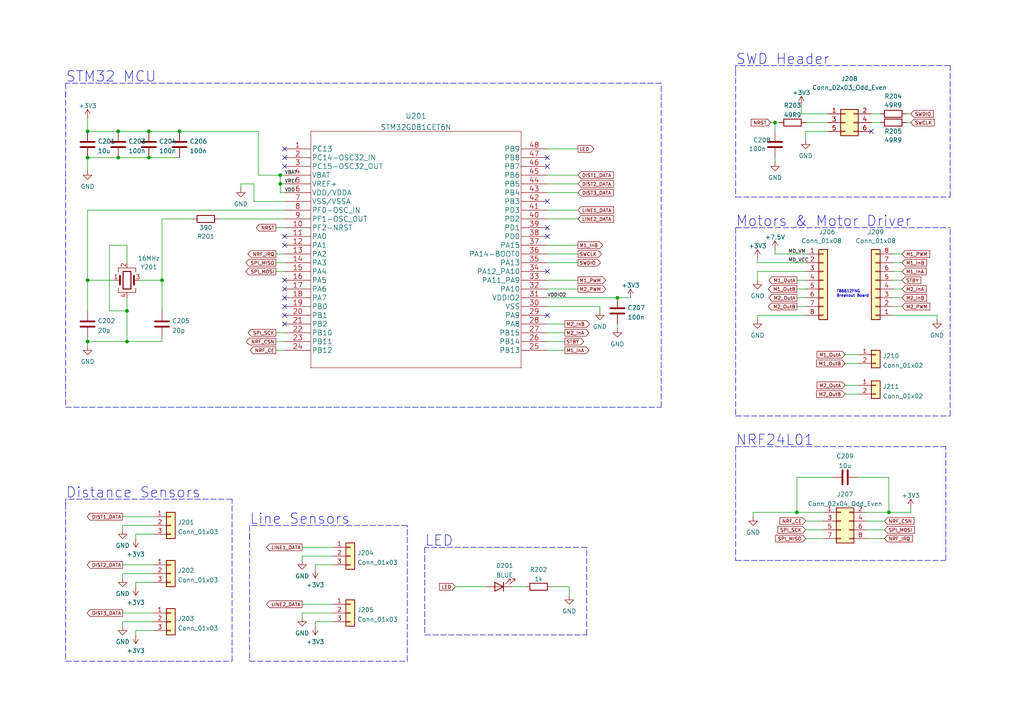
<source format=kicad_sch>
(kicad_sch (version 20211123) (generator eeschema)

  (uuid cc073c7c-c548-4ce9-80c7-a7bf9c3b9e38)

  (paper "A4")

  (lib_symbols
    (symbol "Connector_Generic:Conn_01x02" (pin_names (offset 1.016) hide) (in_bom yes) (on_board yes)
      (property "Reference" "J" (id 0) (at 0 2.54 0)
        (effects (font (size 1.27 1.27)))
      )
      (property "Value" "Conn_01x02" (id 1) (at 0 -5.08 0)
        (effects (font (size 1.27 1.27)))
      )
      (property "Footprint" "" (id 2) (at 0 0 0)
        (effects (font (size 1.27 1.27)) hide)
      )
      (property "Datasheet" "~" (id 3) (at 0 0 0)
        (effects (font (size 1.27 1.27)) hide)
      )
      (property "ki_keywords" "connector" (id 4) (at 0 0 0)
        (effects (font (size 1.27 1.27)) hide)
      )
      (property "ki_description" "Generic connector, single row, 01x02, script generated (kicad-library-utils/schlib/autogen/connector/)" (id 5) (at 0 0 0)
        (effects (font (size 1.27 1.27)) hide)
      )
      (property "ki_fp_filters" "Connector*:*_1x??_*" (id 6) (at 0 0 0)
        (effects (font (size 1.27 1.27)) hide)
      )
      (symbol "Conn_01x02_1_1"
        (rectangle (start -1.27 -2.413) (end 0 -2.667)
          (stroke (width 0.1524) (type default) (color 0 0 0 0))
          (fill (type none))
        )
        (rectangle (start -1.27 0.127) (end 0 -0.127)
          (stroke (width 0.1524) (type default) (color 0 0 0 0))
          (fill (type none))
        )
        (rectangle (start -1.27 1.27) (end 1.27 -3.81)
          (stroke (width 0.254) (type default) (color 0 0 0 0))
          (fill (type background))
        )
        (pin passive line (at -5.08 0 0) (length 3.81)
          (name "Pin_1" (effects (font (size 1.27 1.27))))
          (number "1" (effects (font (size 1.27 1.27))))
        )
        (pin passive line (at -5.08 -2.54 0) (length 3.81)
          (name "Pin_2" (effects (font (size 1.27 1.27))))
          (number "2" (effects (font (size 1.27 1.27))))
        )
      )
    )
    (symbol "Connector_Generic:Conn_01x03" (pin_names (offset 1.016) hide) (in_bom yes) (on_board yes)
      (property "Reference" "J" (id 0) (at 0 5.08 0)
        (effects (font (size 1.27 1.27)))
      )
      (property "Value" "Conn_01x03" (id 1) (at 0 -5.08 0)
        (effects (font (size 1.27 1.27)))
      )
      (property "Footprint" "" (id 2) (at 0 0 0)
        (effects (font (size 1.27 1.27)) hide)
      )
      (property "Datasheet" "~" (id 3) (at 0 0 0)
        (effects (font (size 1.27 1.27)) hide)
      )
      (property "ki_keywords" "connector" (id 4) (at 0 0 0)
        (effects (font (size 1.27 1.27)) hide)
      )
      (property "ki_description" "Generic connector, single row, 01x03, script generated (kicad-library-utils/schlib/autogen/connector/)" (id 5) (at 0 0 0)
        (effects (font (size 1.27 1.27)) hide)
      )
      (property "ki_fp_filters" "Connector*:*_1x??_*" (id 6) (at 0 0 0)
        (effects (font (size 1.27 1.27)) hide)
      )
      (symbol "Conn_01x03_1_1"
        (rectangle (start -1.27 -2.413) (end 0 -2.667)
          (stroke (width 0.1524) (type default) (color 0 0 0 0))
          (fill (type none))
        )
        (rectangle (start -1.27 0.127) (end 0 -0.127)
          (stroke (width 0.1524) (type default) (color 0 0 0 0))
          (fill (type none))
        )
        (rectangle (start -1.27 2.667) (end 0 2.413)
          (stroke (width 0.1524) (type default) (color 0 0 0 0))
          (fill (type none))
        )
        (rectangle (start -1.27 3.81) (end 1.27 -3.81)
          (stroke (width 0.254) (type default) (color 0 0 0 0))
          (fill (type background))
        )
        (pin passive line (at -5.08 2.54 0) (length 3.81)
          (name "Pin_1" (effects (font (size 1.27 1.27))))
          (number "1" (effects (font (size 1.27 1.27))))
        )
        (pin passive line (at -5.08 0 0) (length 3.81)
          (name "Pin_2" (effects (font (size 1.27 1.27))))
          (number "2" (effects (font (size 1.27 1.27))))
        )
        (pin passive line (at -5.08 -2.54 0) (length 3.81)
          (name "Pin_3" (effects (font (size 1.27 1.27))))
          (number "3" (effects (font (size 1.27 1.27))))
        )
      )
    )
    (symbol "Connector_Generic:Conn_01x08" (pin_names (offset 1.016) hide) (in_bom yes) (on_board yes)
      (property "Reference" "J" (id 0) (at 0 10.16 0)
        (effects (font (size 1.27 1.27)))
      )
      (property "Value" "Conn_01x08" (id 1) (at 0 -12.7 0)
        (effects (font (size 1.27 1.27)))
      )
      (property "Footprint" "" (id 2) (at 0 0 0)
        (effects (font (size 1.27 1.27)) hide)
      )
      (property "Datasheet" "~" (id 3) (at 0 0 0)
        (effects (font (size 1.27 1.27)) hide)
      )
      (property "ki_keywords" "connector" (id 4) (at 0 0 0)
        (effects (font (size 1.27 1.27)) hide)
      )
      (property "ki_description" "Generic connector, single row, 01x08, script generated (kicad-library-utils/schlib/autogen/connector/)" (id 5) (at 0 0 0)
        (effects (font (size 1.27 1.27)) hide)
      )
      (property "ki_fp_filters" "Connector*:*_1x??_*" (id 6) (at 0 0 0)
        (effects (font (size 1.27 1.27)) hide)
      )
      (symbol "Conn_01x08_1_1"
        (rectangle (start -1.27 -10.033) (end 0 -10.287)
          (stroke (width 0.1524) (type default) (color 0 0 0 0))
          (fill (type none))
        )
        (rectangle (start -1.27 -7.493) (end 0 -7.747)
          (stroke (width 0.1524) (type default) (color 0 0 0 0))
          (fill (type none))
        )
        (rectangle (start -1.27 -4.953) (end 0 -5.207)
          (stroke (width 0.1524) (type default) (color 0 0 0 0))
          (fill (type none))
        )
        (rectangle (start -1.27 -2.413) (end 0 -2.667)
          (stroke (width 0.1524) (type default) (color 0 0 0 0))
          (fill (type none))
        )
        (rectangle (start -1.27 0.127) (end 0 -0.127)
          (stroke (width 0.1524) (type default) (color 0 0 0 0))
          (fill (type none))
        )
        (rectangle (start -1.27 2.667) (end 0 2.413)
          (stroke (width 0.1524) (type default) (color 0 0 0 0))
          (fill (type none))
        )
        (rectangle (start -1.27 5.207) (end 0 4.953)
          (stroke (width 0.1524) (type default) (color 0 0 0 0))
          (fill (type none))
        )
        (rectangle (start -1.27 7.747) (end 0 7.493)
          (stroke (width 0.1524) (type default) (color 0 0 0 0))
          (fill (type none))
        )
        (rectangle (start -1.27 8.89) (end 1.27 -11.43)
          (stroke (width 0.254) (type default) (color 0 0 0 0))
          (fill (type background))
        )
        (pin passive line (at -5.08 7.62 0) (length 3.81)
          (name "Pin_1" (effects (font (size 1.27 1.27))))
          (number "1" (effects (font (size 1.27 1.27))))
        )
        (pin passive line (at -5.08 5.08 0) (length 3.81)
          (name "Pin_2" (effects (font (size 1.27 1.27))))
          (number "2" (effects (font (size 1.27 1.27))))
        )
        (pin passive line (at -5.08 2.54 0) (length 3.81)
          (name "Pin_3" (effects (font (size 1.27 1.27))))
          (number "3" (effects (font (size 1.27 1.27))))
        )
        (pin passive line (at -5.08 0 0) (length 3.81)
          (name "Pin_4" (effects (font (size 1.27 1.27))))
          (number "4" (effects (font (size 1.27 1.27))))
        )
        (pin passive line (at -5.08 -2.54 0) (length 3.81)
          (name "Pin_5" (effects (font (size 1.27 1.27))))
          (number "5" (effects (font (size 1.27 1.27))))
        )
        (pin passive line (at -5.08 -5.08 0) (length 3.81)
          (name "Pin_6" (effects (font (size 1.27 1.27))))
          (number "6" (effects (font (size 1.27 1.27))))
        )
        (pin passive line (at -5.08 -7.62 0) (length 3.81)
          (name "Pin_7" (effects (font (size 1.27 1.27))))
          (number "7" (effects (font (size 1.27 1.27))))
        )
        (pin passive line (at -5.08 -10.16 0) (length 3.81)
          (name "Pin_8" (effects (font (size 1.27 1.27))))
          (number "8" (effects (font (size 1.27 1.27))))
        )
      )
    )
    (symbol "Connector_Generic:Conn_02x03_Odd_Even" (pin_names (offset 1.016) hide) (in_bom yes) (on_board yes)
      (property "Reference" "J" (id 0) (at 1.27 5.08 0)
        (effects (font (size 1.27 1.27)))
      )
      (property "Value" "Conn_02x03_Odd_Even" (id 1) (at 1.27 -5.08 0)
        (effects (font (size 1.27 1.27)))
      )
      (property "Footprint" "" (id 2) (at 0 0 0)
        (effects (font (size 1.27 1.27)) hide)
      )
      (property "Datasheet" "~" (id 3) (at 0 0 0)
        (effects (font (size 1.27 1.27)) hide)
      )
      (property "ki_keywords" "connector" (id 4) (at 0 0 0)
        (effects (font (size 1.27 1.27)) hide)
      )
      (property "ki_description" "Generic connector, double row, 02x03, odd/even pin numbering scheme (row 1 odd numbers, row 2 even numbers), script generated (kicad-library-utils/schlib/autogen/connector/)" (id 5) (at 0 0 0)
        (effects (font (size 1.27 1.27)) hide)
      )
      (property "ki_fp_filters" "Connector*:*_2x??_*" (id 6) (at 0 0 0)
        (effects (font (size 1.27 1.27)) hide)
      )
      (symbol "Conn_02x03_Odd_Even_1_1"
        (rectangle (start -1.27 -2.413) (end 0 -2.667)
          (stroke (width 0.1524) (type default) (color 0 0 0 0))
          (fill (type none))
        )
        (rectangle (start -1.27 0.127) (end 0 -0.127)
          (stroke (width 0.1524) (type default) (color 0 0 0 0))
          (fill (type none))
        )
        (rectangle (start -1.27 2.667) (end 0 2.413)
          (stroke (width 0.1524) (type default) (color 0 0 0 0))
          (fill (type none))
        )
        (rectangle (start -1.27 3.81) (end 3.81 -3.81)
          (stroke (width 0.254) (type default) (color 0 0 0 0))
          (fill (type background))
        )
        (rectangle (start 3.81 -2.413) (end 2.54 -2.667)
          (stroke (width 0.1524) (type default) (color 0 0 0 0))
          (fill (type none))
        )
        (rectangle (start 3.81 0.127) (end 2.54 -0.127)
          (stroke (width 0.1524) (type default) (color 0 0 0 0))
          (fill (type none))
        )
        (rectangle (start 3.81 2.667) (end 2.54 2.413)
          (stroke (width 0.1524) (type default) (color 0 0 0 0))
          (fill (type none))
        )
        (pin passive line (at -5.08 2.54 0) (length 3.81)
          (name "Pin_1" (effects (font (size 1.27 1.27))))
          (number "1" (effects (font (size 1.27 1.27))))
        )
        (pin passive line (at 7.62 2.54 180) (length 3.81)
          (name "Pin_2" (effects (font (size 1.27 1.27))))
          (number "2" (effects (font (size 1.27 1.27))))
        )
        (pin passive line (at -5.08 0 0) (length 3.81)
          (name "Pin_3" (effects (font (size 1.27 1.27))))
          (number "3" (effects (font (size 1.27 1.27))))
        )
        (pin passive line (at 7.62 0 180) (length 3.81)
          (name "Pin_4" (effects (font (size 1.27 1.27))))
          (number "4" (effects (font (size 1.27 1.27))))
        )
        (pin passive line (at -5.08 -2.54 0) (length 3.81)
          (name "Pin_5" (effects (font (size 1.27 1.27))))
          (number "5" (effects (font (size 1.27 1.27))))
        )
        (pin passive line (at 7.62 -2.54 180) (length 3.81)
          (name "Pin_6" (effects (font (size 1.27 1.27))))
          (number "6" (effects (font (size 1.27 1.27))))
        )
      )
    )
    (symbol "Connector_Generic:Conn_02x04_Odd_Even" (pin_names (offset 1.016) hide) (in_bom yes) (on_board yes)
      (property "Reference" "J" (id 0) (at 1.27 5.08 0)
        (effects (font (size 1.27 1.27)))
      )
      (property "Value" "Conn_02x04_Odd_Even" (id 1) (at 1.27 -7.62 0)
        (effects (font (size 1.27 1.27)))
      )
      (property "Footprint" "" (id 2) (at 0 0 0)
        (effects (font (size 1.27 1.27)) hide)
      )
      (property "Datasheet" "~" (id 3) (at 0 0 0)
        (effects (font (size 1.27 1.27)) hide)
      )
      (property "ki_keywords" "connector" (id 4) (at 0 0 0)
        (effects (font (size 1.27 1.27)) hide)
      )
      (property "ki_description" "Generic connector, double row, 02x04, odd/even pin numbering scheme (row 1 odd numbers, row 2 even numbers), script generated (kicad-library-utils/schlib/autogen/connector/)" (id 5) (at 0 0 0)
        (effects (font (size 1.27 1.27)) hide)
      )
      (property "ki_fp_filters" "Connector*:*_2x??_*" (id 6) (at 0 0 0)
        (effects (font (size 1.27 1.27)) hide)
      )
      (symbol "Conn_02x04_Odd_Even_1_1"
        (rectangle (start -1.27 -4.953) (end 0 -5.207)
          (stroke (width 0.1524) (type default) (color 0 0 0 0))
          (fill (type none))
        )
        (rectangle (start -1.27 -2.413) (end 0 -2.667)
          (stroke (width 0.1524) (type default) (color 0 0 0 0))
          (fill (type none))
        )
        (rectangle (start -1.27 0.127) (end 0 -0.127)
          (stroke (width 0.1524) (type default) (color 0 0 0 0))
          (fill (type none))
        )
        (rectangle (start -1.27 2.667) (end 0 2.413)
          (stroke (width 0.1524) (type default) (color 0 0 0 0))
          (fill (type none))
        )
        (rectangle (start -1.27 3.81) (end 3.81 -6.35)
          (stroke (width 0.254) (type default) (color 0 0 0 0))
          (fill (type background))
        )
        (rectangle (start 3.81 -4.953) (end 2.54 -5.207)
          (stroke (width 0.1524) (type default) (color 0 0 0 0))
          (fill (type none))
        )
        (rectangle (start 3.81 -2.413) (end 2.54 -2.667)
          (stroke (width 0.1524) (type default) (color 0 0 0 0))
          (fill (type none))
        )
        (rectangle (start 3.81 0.127) (end 2.54 -0.127)
          (stroke (width 0.1524) (type default) (color 0 0 0 0))
          (fill (type none))
        )
        (rectangle (start 3.81 2.667) (end 2.54 2.413)
          (stroke (width 0.1524) (type default) (color 0 0 0 0))
          (fill (type none))
        )
        (pin passive line (at -5.08 2.54 0) (length 3.81)
          (name "Pin_1" (effects (font (size 1.27 1.27))))
          (number "1" (effects (font (size 1.27 1.27))))
        )
        (pin passive line (at 7.62 2.54 180) (length 3.81)
          (name "Pin_2" (effects (font (size 1.27 1.27))))
          (number "2" (effects (font (size 1.27 1.27))))
        )
        (pin passive line (at -5.08 0 0) (length 3.81)
          (name "Pin_3" (effects (font (size 1.27 1.27))))
          (number "3" (effects (font (size 1.27 1.27))))
        )
        (pin passive line (at 7.62 0 180) (length 3.81)
          (name "Pin_4" (effects (font (size 1.27 1.27))))
          (number "4" (effects (font (size 1.27 1.27))))
        )
        (pin passive line (at -5.08 -2.54 0) (length 3.81)
          (name "Pin_5" (effects (font (size 1.27 1.27))))
          (number "5" (effects (font (size 1.27 1.27))))
        )
        (pin passive line (at 7.62 -2.54 180) (length 3.81)
          (name "Pin_6" (effects (font (size 1.27 1.27))))
          (number "6" (effects (font (size 1.27 1.27))))
        )
        (pin passive line (at -5.08 -5.08 0) (length 3.81)
          (name "Pin_7" (effects (font (size 1.27 1.27))))
          (number "7" (effects (font (size 1.27 1.27))))
        )
        (pin passive line (at 7.62 -5.08 180) (length 3.81)
          (name "Pin_8" (effects (font (size 1.27 1.27))))
          (number "8" (effects (font (size 1.27 1.27))))
        )
      )
    )
    (symbol "Device:C" (pin_numbers hide) (pin_names (offset 0.254)) (in_bom yes) (on_board yes)
      (property "Reference" "C" (id 0) (at 0.635 2.54 0)
        (effects (font (size 1.27 1.27)) (justify left))
      )
      (property "Value" "C" (id 1) (at 0.635 -2.54 0)
        (effects (font (size 1.27 1.27)) (justify left))
      )
      (property "Footprint" "" (id 2) (at 0.9652 -3.81 0)
        (effects (font (size 1.27 1.27)) hide)
      )
      (property "Datasheet" "~" (id 3) (at 0 0 0)
        (effects (font (size 1.27 1.27)) hide)
      )
      (property "ki_keywords" "cap capacitor" (id 4) (at 0 0 0)
        (effects (font (size 1.27 1.27)) hide)
      )
      (property "ki_description" "Unpolarized capacitor" (id 5) (at 0 0 0)
        (effects (font (size 1.27 1.27)) hide)
      )
      (property "ki_fp_filters" "C_*" (id 6) (at 0 0 0)
        (effects (font (size 1.27 1.27)) hide)
      )
      (symbol "C_0_1"
        (polyline
          (pts
            (xy -2.032 -0.762)
            (xy 2.032 -0.762)
          )
          (stroke (width 0.508) (type default) (color 0 0 0 0))
          (fill (type none))
        )
        (polyline
          (pts
            (xy -2.032 0.762)
            (xy 2.032 0.762)
          )
          (stroke (width 0.508) (type default) (color 0 0 0 0))
          (fill (type none))
        )
      )
      (symbol "C_1_1"
        (pin passive line (at 0 3.81 270) (length 2.794)
          (name "~" (effects (font (size 1.27 1.27))))
          (number "1" (effects (font (size 1.27 1.27))))
        )
        (pin passive line (at 0 -3.81 90) (length 2.794)
          (name "~" (effects (font (size 1.27 1.27))))
          (number "2" (effects (font (size 1.27 1.27))))
        )
      )
    )
    (symbol "Device:Crystal_GND24" (pin_names (offset 1.016) hide) (in_bom yes) (on_board yes)
      (property "Reference" "Y" (id 0) (at 3.175 5.08 0)
        (effects (font (size 1.27 1.27)) (justify left))
      )
      (property "Value" "Crystal_GND24" (id 1) (at 3.175 3.175 0)
        (effects (font (size 1.27 1.27)) (justify left))
      )
      (property "Footprint" "" (id 2) (at 0 0 0)
        (effects (font (size 1.27 1.27)) hide)
      )
      (property "Datasheet" "~" (id 3) (at 0 0 0)
        (effects (font (size 1.27 1.27)) hide)
      )
      (property "ki_keywords" "quartz ceramic resonator oscillator" (id 4) (at 0 0 0)
        (effects (font (size 1.27 1.27)) hide)
      )
      (property "ki_description" "Four pin crystal, GND on pins 2 and 4" (id 5) (at 0 0 0)
        (effects (font (size 1.27 1.27)) hide)
      )
      (property "ki_fp_filters" "Crystal*" (id 6) (at 0 0 0)
        (effects (font (size 1.27 1.27)) hide)
      )
      (symbol "Crystal_GND24_0_1"
        (rectangle (start -1.143 2.54) (end 1.143 -2.54)
          (stroke (width 0.3048) (type default) (color 0 0 0 0))
          (fill (type none))
        )
        (polyline
          (pts
            (xy -2.54 0)
            (xy -2.032 0)
          )
          (stroke (width 0) (type default) (color 0 0 0 0))
          (fill (type none))
        )
        (polyline
          (pts
            (xy -2.032 -1.27)
            (xy -2.032 1.27)
          )
          (stroke (width 0.508) (type default) (color 0 0 0 0))
          (fill (type none))
        )
        (polyline
          (pts
            (xy 0 -3.81)
            (xy 0 -3.556)
          )
          (stroke (width 0) (type default) (color 0 0 0 0))
          (fill (type none))
        )
        (polyline
          (pts
            (xy 0 3.556)
            (xy 0 3.81)
          )
          (stroke (width 0) (type default) (color 0 0 0 0))
          (fill (type none))
        )
        (polyline
          (pts
            (xy 2.032 -1.27)
            (xy 2.032 1.27)
          )
          (stroke (width 0.508) (type default) (color 0 0 0 0))
          (fill (type none))
        )
        (polyline
          (pts
            (xy 2.032 0)
            (xy 2.54 0)
          )
          (stroke (width 0) (type default) (color 0 0 0 0))
          (fill (type none))
        )
        (polyline
          (pts
            (xy -2.54 -2.286)
            (xy -2.54 -3.556)
            (xy 2.54 -3.556)
            (xy 2.54 -2.286)
          )
          (stroke (width 0) (type default) (color 0 0 0 0))
          (fill (type none))
        )
        (polyline
          (pts
            (xy -2.54 2.286)
            (xy -2.54 3.556)
            (xy 2.54 3.556)
            (xy 2.54 2.286)
          )
          (stroke (width 0) (type default) (color 0 0 0 0))
          (fill (type none))
        )
      )
      (symbol "Crystal_GND24_1_1"
        (pin passive line (at -3.81 0 0) (length 1.27)
          (name "1" (effects (font (size 1.27 1.27))))
          (number "1" (effects (font (size 1.27 1.27))))
        )
        (pin passive line (at 0 5.08 270) (length 1.27)
          (name "2" (effects (font (size 1.27 1.27))))
          (number "2" (effects (font (size 1.27 1.27))))
        )
        (pin passive line (at 3.81 0 180) (length 1.27)
          (name "3" (effects (font (size 1.27 1.27))))
          (number "3" (effects (font (size 1.27 1.27))))
        )
        (pin passive line (at 0 -5.08 90) (length 1.27)
          (name "4" (effects (font (size 1.27 1.27))))
          (number "4" (effects (font (size 1.27 1.27))))
        )
      )
    )
    (symbol "Device:LED" (pin_numbers hide) (pin_names (offset 1.016) hide) (in_bom yes) (on_board yes)
      (property "Reference" "D" (id 0) (at 0 2.54 0)
        (effects (font (size 1.27 1.27)))
      )
      (property "Value" "LED" (id 1) (at 0 -2.54 0)
        (effects (font (size 1.27 1.27)))
      )
      (property "Footprint" "" (id 2) (at 0 0 0)
        (effects (font (size 1.27 1.27)) hide)
      )
      (property "Datasheet" "~" (id 3) (at 0 0 0)
        (effects (font (size 1.27 1.27)) hide)
      )
      (property "ki_keywords" "LED diode" (id 4) (at 0 0 0)
        (effects (font (size 1.27 1.27)) hide)
      )
      (property "ki_description" "Light emitting diode" (id 5) (at 0 0 0)
        (effects (font (size 1.27 1.27)) hide)
      )
      (property "ki_fp_filters" "LED* LED_SMD:* LED_THT:*" (id 6) (at 0 0 0)
        (effects (font (size 1.27 1.27)) hide)
      )
      (symbol "LED_0_1"
        (polyline
          (pts
            (xy -1.27 -1.27)
            (xy -1.27 1.27)
          )
          (stroke (width 0.254) (type default) (color 0 0 0 0))
          (fill (type none))
        )
        (polyline
          (pts
            (xy -1.27 0)
            (xy 1.27 0)
          )
          (stroke (width 0) (type default) (color 0 0 0 0))
          (fill (type none))
        )
        (polyline
          (pts
            (xy 1.27 -1.27)
            (xy 1.27 1.27)
            (xy -1.27 0)
            (xy 1.27 -1.27)
          )
          (stroke (width 0.254) (type default) (color 0 0 0 0))
          (fill (type none))
        )
        (polyline
          (pts
            (xy -3.048 -0.762)
            (xy -4.572 -2.286)
            (xy -3.81 -2.286)
            (xy -4.572 -2.286)
            (xy -4.572 -1.524)
          )
          (stroke (width 0) (type default) (color 0 0 0 0))
          (fill (type none))
        )
        (polyline
          (pts
            (xy -1.778 -0.762)
            (xy -3.302 -2.286)
            (xy -2.54 -2.286)
            (xy -3.302 -2.286)
            (xy -3.302 -1.524)
          )
          (stroke (width 0) (type default) (color 0 0 0 0))
          (fill (type none))
        )
      )
      (symbol "LED_1_1"
        (pin passive line (at -3.81 0 0) (length 2.54)
          (name "K" (effects (font (size 1.27 1.27))))
          (number "1" (effects (font (size 1.27 1.27))))
        )
        (pin passive line (at 3.81 0 180) (length 2.54)
          (name "A" (effects (font (size 1.27 1.27))))
          (number "2" (effects (font (size 1.27 1.27))))
        )
      )
    )
    (symbol "Device:R" (pin_numbers hide) (pin_names (offset 0)) (in_bom yes) (on_board yes)
      (property "Reference" "R" (id 0) (at 2.032 0 90)
        (effects (font (size 1.27 1.27)))
      )
      (property "Value" "R" (id 1) (at 0 0 90)
        (effects (font (size 1.27 1.27)))
      )
      (property "Footprint" "" (id 2) (at -1.778 0 90)
        (effects (font (size 1.27 1.27)) hide)
      )
      (property "Datasheet" "~" (id 3) (at 0 0 0)
        (effects (font (size 1.27 1.27)) hide)
      )
      (property "ki_keywords" "R res resistor" (id 4) (at 0 0 0)
        (effects (font (size 1.27 1.27)) hide)
      )
      (property "ki_description" "Resistor" (id 5) (at 0 0 0)
        (effects (font (size 1.27 1.27)) hide)
      )
      (property "ki_fp_filters" "R_*" (id 6) (at 0 0 0)
        (effects (font (size 1.27 1.27)) hide)
      )
      (symbol "R_0_1"
        (rectangle (start -1.016 -2.54) (end 1.016 2.54)
          (stroke (width 0.254) (type default) (color 0 0 0 0))
          (fill (type none))
        )
      )
      (symbol "R_1_1"
        (pin passive line (at 0 3.81 270) (length 1.27)
          (name "~" (effects (font (size 1.27 1.27))))
          (number "1" (effects (font (size 1.27 1.27))))
        )
        (pin passive line (at 0 -3.81 90) (length 1.27)
          (name "~" (effects (font (size 1.27 1.27))))
          (number "2" (effects (font (size 1.27 1.27))))
        )
      )
    )
    (symbol "STM32G0B1CET6N:STM32G0B1CET6N" (pin_names (offset 0.254)) (in_bom yes) (on_board yes)
      (property "Reference" "U" (id 0) (at 38.1 10.16 0)
        (effects (font (size 1.524 1.524)))
      )
      (property "Value" "STM32G0B1CET6N" (id 1) (at 38.1 7.62 0)
        (effects (font (size 1.524 1.524)))
      )
      (property "Footprint" "LQFP48_STM" (id 2) (at 38.1 6.096 0)
        (effects (font (size 1.524 1.524)) hide)
      )
      (property "Datasheet" "" (id 3) (at 0 0 0)
        (effects (font (size 1.524 1.524)))
      )
      (property "ki_locked" "" (id 4) (at 0 0 0)
        (effects (font (size 1.27 1.27)))
      )
      (property "ki_fp_filters" "LQFP48_STM LQFP48_STM-M LQFP48_STM-L" (id 5) (at 0 0 0)
        (effects (font (size 1.27 1.27)) hide)
      )
      (symbol "STM32G0B1CET6N_1_1"
        (polyline
          (pts
            (xy 7.62 -63.5)
            (xy 68.58 -63.5)
          )
          (stroke (width 0.127) (type default) (color 0 0 0 0))
          (fill (type none))
        )
        (polyline
          (pts
            (xy 7.62 5.08)
            (xy 7.62 -63.5)
          )
          (stroke (width 0.127) (type default) (color 0 0 0 0))
          (fill (type none))
        )
        (polyline
          (pts
            (xy 68.58 -63.5)
            (xy 68.58 5.08)
          )
          (stroke (width 0.127) (type default) (color 0 0 0 0))
          (fill (type none))
        )
        (polyline
          (pts
            (xy 68.58 5.08)
            (xy 7.62 5.08)
          )
          (stroke (width 0.127) (type default) (color 0 0 0 0))
          (fill (type none))
        )
        (pin bidirectional line (at 0 0 0) (length 7.62)
          (name "PC13" (effects (font (size 1.4986 1.4986))))
          (number "1" (effects (font (size 1.4986 1.4986))))
        )
        (pin bidirectional line (at 0 -22.86 0) (length 7.62)
          (name "PF2-NRST" (effects (font (size 1.4986 1.4986))))
          (number "10" (effects (font (size 1.4986 1.4986))))
        )
        (pin bidirectional line (at 0 -25.4 0) (length 7.62)
          (name "PA0" (effects (font (size 1.4986 1.4986))))
          (number "11" (effects (font (size 1.4986 1.4986))))
        )
        (pin bidirectional line (at 0 -27.94 0) (length 7.62)
          (name "PA1" (effects (font (size 1.4986 1.4986))))
          (number "12" (effects (font (size 1.4986 1.4986))))
        )
        (pin bidirectional line (at 0 -30.48 0) (length 7.62)
          (name "PA2" (effects (font (size 1.4986 1.4986))))
          (number "13" (effects (font (size 1.4986 1.4986))))
        )
        (pin bidirectional line (at 0 -33.02 0) (length 7.62)
          (name "PA3" (effects (font (size 1.4986 1.4986))))
          (number "14" (effects (font (size 1.4986 1.4986))))
        )
        (pin bidirectional line (at 0 -35.56 0) (length 7.62)
          (name "PA4" (effects (font (size 1.4986 1.4986))))
          (number "15" (effects (font (size 1.4986 1.4986))))
        )
        (pin bidirectional line (at 0 -38.1 0) (length 7.62)
          (name "PA5" (effects (font (size 1.4986 1.4986))))
          (number "16" (effects (font (size 1.4986 1.4986))))
        )
        (pin bidirectional line (at 0 -40.64 0) (length 7.62)
          (name "PA6" (effects (font (size 1.4986 1.4986))))
          (number "17" (effects (font (size 1.4986 1.4986))))
        )
        (pin bidirectional line (at 0 -43.18 0) (length 7.62)
          (name "PA7" (effects (font (size 1.4986 1.4986))))
          (number "18" (effects (font (size 1.4986 1.4986))))
        )
        (pin bidirectional line (at 0 -45.72 0) (length 7.62)
          (name "PB0" (effects (font (size 1.4986 1.4986))))
          (number "19" (effects (font (size 1.4986 1.4986))))
        )
        (pin bidirectional line (at 0 -2.54 0) (length 7.62)
          (name "PC14-OSC32_IN" (effects (font (size 1.4986 1.4986))))
          (number "2" (effects (font (size 1.4986 1.4986))))
        )
        (pin bidirectional line (at 0 -48.26 0) (length 7.62)
          (name "PB1" (effects (font (size 1.4986 1.4986))))
          (number "20" (effects (font (size 1.4986 1.4986))))
        )
        (pin bidirectional line (at 0 -50.8 0) (length 7.62)
          (name "PB2" (effects (font (size 1.4986 1.4986))))
          (number "21" (effects (font (size 1.4986 1.4986))))
        )
        (pin bidirectional line (at 0 -53.34 0) (length 7.62)
          (name "PB10" (effects (font (size 1.4986 1.4986))))
          (number "22" (effects (font (size 1.4986 1.4986))))
        )
        (pin bidirectional line (at 0 -55.88 0) (length 7.62)
          (name "PB11" (effects (font (size 1.4986 1.4986))))
          (number "23" (effects (font (size 1.4986 1.4986))))
        )
        (pin bidirectional line (at 0 -58.42 0) (length 7.62)
          (name "PB12" (effects (font (size 1.4986 1.4986))))
          (number "24" (effects (font (size 1.4986 1.4986))))
        )
        (pin bidirectional line (at 76.2 -58.42 180) (length 7.62)
          (name "PB13" (effects (font (size 1.4986 1.4986))))
          (number "25" (effects (font (size 1.4986 1.4986))))
        )
        (pin bidirectional line (at 76.2 -55.88 180) (length 7.62)
          (name "PB14" (effects (font (size 1.4986 1.4986))))
          (number "26" (effects (font (size 1.4986 1.4986))))
        )
        (pin bidirectional line (at 76.2 -53.34 180) (length 7.62)
          (name "PB15" (effects (font (size 1.4986 1.4986))))
          (number "27" (effects (font (size 1.4986 1.4986))))
        )
        (pin bidirectional line (at 76.2 -50.8 180) (length 7.62)
          (name "PA8" (effects (font (size 1.4986 1.4986))))
          (number "28" (effects (font (size 1.4986 1.4986))))
        )
        (pin bidirectional line (at 76.2 -48.26 180) (length 7.62)
          (name "PA9" (effects (font (size 1.4986 1.4986))))
          (number "29" (effects (font (size 1.4986 1.4986))))
        )
        (pin output line (at 0 -5.08 0) (length 7.62)
          (name "PC15-OSC32_OUT" (effects (font (size 1.4986 1.4986))))
          (number "3" (effects (font (size 1.4986 1.4986))))
        )
        (pin power_in line (at 76.2 -45.72 180) (length 7.62)
          (name "VSS" (effects (font (size 1.4986 1.4986))))
          (number "30" (effects (font (size 1.4986 1.4986))))
        )
        (pin power_in line (at 76.2 -43.18 180) (length 7.62)
          (name "VDDIO2" (effects (font (size 1.4986 1.4986))))
          (number "31" (effects (font (size 1.4986 1.4986))))
        )
        (pin bidirectional line (at 76.2 -40.64 180) (length 7.62)
          (name "PA10" (effects (font (size 1.4986 1.4986))))
          (number "32" (effects (font (size 1.4986 1.4986))))
        )
        (pin bidirectional line (at 76.2 -38.1 180) (length 7.62)
          (name "PA11_PA9" (effects (font (size 1.4986 1.4986))))
          (number "33" (effects (font (size 1.4986 1.4986))))
        )
        (pin bidirectional line (at 76.2 -35.56 180) (length 7.62)
          (name "PA12_PA10" (effects (font (size 1.4986 1.4986))))
          (number "34" (effects (font (size 1.4986 1.4986))))
        )
        (pin bidirectional line (at 76.2 -33.02 180) (length 7.62)
          (name "PA13" (effects (font (size 1.4986 1.4986))))
          (number "35" (effects (font (size 1.4986 1.4986))))
        )
        (pin bidirectional line (at 76.2 -30.48 180) (length 7.62)
          (name "PA14-BOOT0" (effects (font (size 1.4986 1.4986))))
          (number "36" (effects (font (size 1.4986 1.4986))))
        )
        (pin bidirectional line (at 76.2 -27.94 180) (length 7.62)
          (name "PA15" (effects (font (size 1.4986 1.4986))))
          (number "37" (effects (font (size 1.4986 1.4986))))
        )
        (pin bidirectional line (at 76.2 -25.4 180) (length 7.62)
          (name "PD0" (effects (font (size 1.4986 1.4986))))
          (number "38" (effects (font (size 1.4986 1.4986))))
        )
        (pin bidirectional line (at 76.2 -22.86 180) (length 7.62)
          (name "PD1" (effects (font (size 1.4986 1.4986))))
          (number "39" (effects (font (size 1.4986 1.4986))))
        )
        (pin unspecified line (at 0 -7.62 0) (length 7.62)
          (name "VBAT" (effects (font (size 1.4986 1.4986))))
          (number "4" (effects (font (size 1.4986 1.4986))))
        )
        (pin bidirectional line (at 76.2 -20.32 180) (length 7.62)
          (name "PD2" (effects (font (size 1.4986 1.4986))))
          (number "40" (effects (font (size 1.4986 1.4986))))
        )
        (pin bidirectional line (at 76.2 -17.78 180) (length 7.62)
          (name "PD3" (effects (font (size 1.4986 1.4986))))
          (number "41" (effects (font (size 1.4986 1.4986))))
        )
        (pin bidirectional line (at 76.2 -15.24 180) (length 7.62)
          (name "PB3" (effects (font (size 1.4986 1.4986))))
          (number "42" (effects (font (size 1.4986 1.4986))))
        )
        (pin bidirectional line (at 76.2 -12.7 180) (length 7.62)
          (name "PB4" (effects (font (size 1.4986 1.4986))))
          (number "43" (effects (font (size 1.4986 1.4986))))
        )
        (pin bidirectional line (at 76.2 -10.16 180) (length 7.62)
          (name "PB5" (effects (font (size 1.4986 1.4986))))
          (number "44" (effects (font (size 1.4986 1.4986))))
        )
        (pin bidirectional line (at 76.2 -7.62 180) (length 7.62)
          (name "PB6" (effects (font (size 1.4986 1.4986))))
          (number "45" (effects (font (size 1.4986 1.4986))))
        )
        (pin bidirectional line (at 76.2 -5.08 180) (length 7.62)
          (name "PB7" (effects (font (size 1.4986 1.4986))))
          (number "46" (effects (font (size 1.4986 1.4986))))
        )
        (pin bidirectional line (at 76.2 -2.54 180) (length 7.62)
          (name "PB8" (effects (font (size 1.4986 1.4986))))
          (number "47" (effects (font (size 1.4986 1.4986))))
        )
        (pin bidirectional line (at 76.2 0 180) (length 7.62)
          (name "PB9" (effects (font (size 1.4986 1.4986))))
          (number "48" (effects (font (size 1.4986 1.4986))))
        )
        (pin power_in line (at 0 -10.16 0) (length 7.62)
          (name "VREF+" (effects (font (size 1.4986 1.4986))))
          (number "5" (effects (font (size 1.4986 1.4986))))
        )
        (pin power_in line (at 0 -12.7 0) (length 7.62)
          (name "VDD/VDDA" (effects (font (size 1.4986 1.4986))))
          (number "6" (effects (font (size 1.4986 1.4986))))
        )
        (pin power_in line (at 0 -15.24 0) (length 7.62)
          (name "VSS/VSSA" (effects (font (size 1.4986 1.4986))))
          (number "7" (effects (font (size 1.4986 1.4986))))
        )
        (pin bidirectional line (at 0 -17.78 0) (length 7.62)
          (name "PF0-OSC_IN" (effects (font (size 1.4986 1.4986))))
          (number "8" (effects (font (size 1.4986 1.4986))))
        )
        (pin output line (at 0 -20.32 0) (length 7.62)
          (name "PF1-OSC_OUT" (effects (font (size 1.4986 1.4986))))
          (number "9" (effects (font (size 1.4986 1.4986))))
        )
      )
    )
    (symbol "power:+3V3" (power) (pin_names (offset 0)) (in_bom yes) (on_board yes)
      (property "Reference" "#PWR" (id 0) (at 0 -3.81 0)
        (effects (font (size 1.27 1.27)) hide)
      )
      (property "Value" "+3V3" (id 1) (at 0 3.556 0)
        (effects (font (size 1.27 1.27)))
      )
      (property "Footprint" "" (id 2) (at 0 0 0)
        (effects (font (size 1.27 1.27)) hide)
      )
      (property "Datasheet" "" (id 3) (at 0 0 0)
        (effects (font (size 1.27 1.27)) hide)
      )
      (property "ki_keywords" "power-flag" (id 4) (at 0 0 0)
        (effects (font (size 1.27 1.27)) hide)
      )
      (property "ki_description" "Power symbol creates a global label with name \"+3V3\"" (id 5) (at 0 0 0)
        (effects (font (size 1.27 1.27)) hide)
      )
      (symbol "+3V3_0_1"
        (polyline
          (pts
            (xy -0.762 1.27)
            (xy 0 2.54)
          )
          (stroke (width 0) (type default) (color 0 0 0 0))
          (fill (type none))
        )
        (polyline
          (pts
            (xy 0 0)
            (xy 0 2.54)
          )
          (stroke (width 0) (type default) (color 0 0 0 0))
          (fill (type none))
        )
        (polyline
          (pts
            (xy 0 2.54)
            (xy 0.762 1.27)
          )
          (stroke (width 0) (type default) (color 0 0 0 0))
          (fill (type none))
        )
      )
      (symbol "+3V3_1_1"
        (pin power_in line (at 0 0 90) (length 0) hide
          (name "+3V3" (effects (font (size 1.27 1.27))))
          (number "1" (effects (font (size 1.27 1.27))))
        )
      )
    )
    (symbol "power:+7.5V" (power) (pin_names (offset 0)) (in_bom yes) (on_board yes)
      (property "Reference" "#PWR" (id 0) (at 0 -3.81 0)
        (effects (font (size 1.27 1.27)) hide)
      )
      (property "Value" "+7.5V" (id 1) (at 0 3.556 0)
        (effects (font (size 1.27 1.27)))
      )
      (property "Footprint" "" (id 2) (at 0 0 0)
        (effects (font (size 1.27 1.27)) hide)
      )
      (property "Datasheet" "" (id 3) (at 0 0 0)
        (effects (font (size 1.27 1.27)) hide)
      )
      (property "ki_keywords" "power-flag" (id 4) (at 0 0 0)
        (effects (font (size 1.27 1.27)) hide)
      )
      (property "ki_description" "Power symbol creates a global label with name \"+7.5V\"" (id 5) (at 0 0 0)
        (effects (font (size 1.27 1.27)) hide)
      )
      (symbol "+7.5V_0_1"
        (polyline
          (pts
            (xy -0.762 1.27)
            (xy 0 2.54)
          )
          (stroke (width 0) (type default) (color 0 0 0 0))
          (fill (type none))
        )
        (polyline
          (pts
            (xy 0 0)
            (xy 0 2.54)
          )
          (stroke (width 0) (type default) (color 0 0 0 0))
          (fill (type none))
        )
        (polyline
          (pts
            (xy 0 2.54)
            (xy 0.762 1.27)
          )
          (stroke (width 0) (type default) (color 0 0 0 0))
          (fill (type none))
        )
      )
      (symbol "+7.5V_1_1"
        (pin power_in line (at 0 0 90) (length 0) hide
          (name "+7.5V" (effects (font (size 1.27 1.27))))
          (number "1" (effects (font (size 1.27 1.27))))
        )
      )
    )
    (symbol "power:GND" (power) (pin_names (offset 0)) (in_bom yes) (on_board yes)
      (property "Reference" "#PWR" (id 0) (at 0 -6.35 0)
        (effects (font (size 1.27 1.27)) hide)
      )
      (property "Value" "GND" (id 1) (at 0 -3.81 0)
        (effects (font (size 1.27 1.27)))
      )
      (property "Footprint" "" (id 2) (at 0 0 0)
        (effects (font (size 1.27 1.27)) hide)
      )
      (property "Datasheet" "" (id 3) (at 0 0 0)
        (effects (font (size 1.27 1.27)) hide)
      )
      (property "ki_keywords" "power-flag" (id 4) (at 0 0 0)
        (effects (font (size 1.27 1.27)) hide)
      )
      (property "ki_description" "Power symbol creates a global label with name \"GND\" , ground" (id 5) (at 0 0 0)
        (effects (font (size 1.27 1.27)) hide)
      )
      (symbol "GND_0_1"
        (polyline
          (pts
            (xy 0 0)
            (xy 0 -1.27)
            (xy 1.27 -1.27)
            (xy 0 -2.54)
            (xy -1.27 -1.27)
            (xy 0 -1.27)
          )
          (stroke (width 0) (type default) (color 0 0 0 0))
          (fill (type none))
        )
      )
      (symbol "GND_1_1"
        (pin power_in line (at 0 0 270) (length 0) hide
          (name "GND" (effects (font (size 1.27 1.27))))
          (number "1" (effects (font (size 1.27 1.27))))
        )
      )
    )
  )

  (junction (at 81.28 53.34) (diameter 0) (color 0 0 0 0)
    (uuid 11f55155-228a-45f8-9a25-043274a51c05)
  )
  (junction (at 25.4 99.06) (diameter 0) (color 0 0 0 0)
    (uuid 1aaffb7f-fc2b-41d3-89b8-9f8e109f66ac)
  )
  (junction (at 43.18 45.72) (diameter 0) (color 0 0 0 0)
    (uuid 20327333-565e-476a-93c8-6bb2da5b4ea1)
  )
  (junction (at 224.79 35.56) (diameter 0) (color 0 0 0 0)
    (uuid 3b9b71ad-69d4-49d6-b445-4f176013a507)
  )
  (junction (at 52.07 38.1) (diameter 0) (color 0 0 0 0)
    (uuid 4d795f17-f459-492c-af36-6738d43c3e7d)
  )
  (junction (at 25.4 81.28) (diameter 0) (color 0 0 0 0)
    (uuid 50b75a89-880b-431a-a98d-b1efb5ed6f03)
  )
  (junction (at 46.99 81.28) (diameter 0) (color 0 0 0 0)
    (uuid 58c6c9bc-afb1-4f47-b8ac-d65742bd3521)
  )
  (junction (at 34.29 38.1) (diameter 0) (color 0 0 0 0)
    (uuid 5ad3b3d8-6b9b-48b6-94be-d41ceccb5f66)
  )
  (junction (at 25.4 45.72) (diameter 0) (color 0 0 0 0)
    (uuid 5d9d8abe-857f-4569-a0e1-819f7a6e6824)
  )
  (junction (at 257.81 148.59) (diameter 0) (color 0 0 0 0)
    (uuid 60f9c3fc-08ba-4fe8-a155-9fa5a6bba730)
  )
  (junction (at 231.14 148.59) (diameter 0) (color 0 0 0 0)
    (uuid 84e4a710-30e3-4c05-8e57-8414229ec3a5)
  )
  (junction (at 81.28 50.8) (diameter 0) (color 0 0 0 0)
    (uuid 8920bf4c-6077-4531-9e5d-8a30e548335f)
  )
  (junction (at 43.18 38.1) (diameter 0) (color 0 0 0 0)
    (uuid a032eb98-c652-46e8-b93d-0f3396c7b477)
  )
  (junction (at 36.83 99.06) (diameter 0) (color 0 0 0 0)
    (uuid b06f8f1d-4215-4fc9-b71a-6446c328a9e1)
  )
  (junction (at 34.29 45.72) (diameter 0) (color 0 0 0 0)
    (uuid b4ad8b54-b6e5-4cc6-89d0-ef09a77d03d4)
  )
  (junction (at 36.83 90.17) (diameter 0) (color 0 0 0 0)
    (uuid b6d7d037-01ea-4222-9332-e4476d69f650)
  )
  (junction (at 179.07 86.36) (diameter 0) (color 0 0 0 0)
    (uuid cf5490ac-4b99-40c1-967a-c50e64083b9e)
  )
  (junction (at 25.4 38.1) (diameter 0) (color 0 0 0 0)
    (uuid ff1b8132-079c-4b22-ad89-8a79f0abf279)
  )

  (no_connect (at 158.75 78.74) (uuid 108f0ea8-fac4-4986-95f2-72e33deac5fa))
  (no_connect (at 158.75 48.26) (uuid 2c20f47d-f460-4f3b-a7db-0769747d0a67))
  (no_connect (at 82.55 45.72) (uuid 349aae3a-4c5e-4552-af38-0bc89507f49c))
  (no_connect (at 82.55 48.26) (uuid 349aae3a-4c5e-4552-af38-0bc89507f49d))
  (no_connect (at 158.75 91.44) (uuid 7656f2ea-f128-4f1e-b818-c99affb5dac1))
  (no_connect (at 82.55 43.18) (uuid 8e498cec-053a-4c6f-bca7-7012c79a8ec9))
  (no_connect (at 82.55 91.44) (uuid 8e498cec-053a-4c6f-bca7-7012c79a8ece))
  (no_connect (at 82.55 93.98) (uuid 8e498cec-053a-4c6f-bca7-7012c79a8ecf))
  (no_connect (at 158.75 66.04) (uuid 8e498cec-053a-4c6f-bca7-7012c79a8ed5))
  (no_connect (at 158.75 58.42) (uuid 8e498cec-053a-4c6f-bca7-7012c79a8ed6))
  (no_connect (at 158.75 45.72) (uuid 8e498cec-053a-4c6f-bca7-7012c79a8ed7))
  (no_connect (at 252.73 38.1) (uuid 9adcada2-6395-4a9e-989c-41f888b06835))
  (no_connect (at 82.55 68.58) (uuid c097f77d-3774-42b5-a055-1442e7ad7372))
  (no_connect (at 82.55 71.12) (uuid c097f77d-3774-42b5-a055-1442e7ad7373))
  (no_connect (at 82.55 83.82) (uuid da8bf401-5498-474f-a074-cfdbaa1220f1))
  (no_connect (at 82.55 86.36) (uuid da8bf401-5498-474f-a074-cfdbaa1220f2))
  (no_connect (at 82.55 88.9) (uuid da8bf401-5498-474f-a074-cfdbaa1220f3))
  (no_connect (at 82.55 81.28) (uuid e55476eb-008e-4229-85ec-8abacdfc0269))
  (no_connect (at 158.75 68.58) (uuid fd7d7ecc-4b7d-421f-bcad-49d93c32bac9))

  (polyline (pts (xy 213.36 20.32) (xy 213.36 57.15))
    (stroke (width 0) (type default) (color 0 0 0 0))
    (uuid 0265b7aa-39d9-44f3-bfb6-0db10b1e5ffa)
  )

  (wire (pts (xy 81.28 53.34) (xy 82.55 53.34))
    (stroke (width 0) (type default) (color 0 0 0 0))
    (uuid 027929a1-62dd-40f4-83d4-39d0de3b1543)
  )
  (wire (pts (xy 240.03 38.1) (xy 233.68 38.1))
    (stroke (width 0) (type default) (color 0 0 0 0))
    (uuid 04e68e87-3343-457e-94b6-fd93fb09f2ba)
  )
  (wire (pts (xy 158.75 73.66) (xy 167.64 73.66))
    (stroke (width 0) (type default) (color 0 0 0 0))
    (uuid 05941c2b-66a4-4b1b-8478-ebdacdb58359)
  )
  (wire (pts (xy 262.89 35.56) (xy 264.16 35.56))
    (stroke (width 0) (type default) (color 0 0 0 0))
    (uuid 07d8e27f-de82-453a-aa90-07a3fcbdb18b)
  )
  (wire (pts (xy 231.14 88.9) (xy 233.68 88.9))
    (stroke (width 0) (type default) (color 0 0 0 0))
    (uuid 08ce5690-c834-4f25-bda7-66d3e29cbb8c)
  )
  (wire (pts (xy 87.63 158.75) (xy 96.52 158.75))
    (stroke (width 0) (type default) (color 0 0 0 0))
    (uuid 08f6cbbe-2cc5-40d8-8bbd-9b3ebe34ffc4)
  )
  (wire (pts (xy 132.08 170.18) (xy 140.97 170.18))
    (stroke (width 0) (type default) (color 0 0 0 0))
    (uuid 0d251a30-2958-4898-ace4-255f3ed71aa0)
  )
  (wire (pts (xy 82.55 60.96) (xy 25.4 60.96))
    (stroke (width 0) (type default) (color 0 0 0 0))
    (uuid 0d5b4d74-3cf6-4669-bc68-87219333f79f)
  )
  (wire (pts (xy 252.73 35.56) (xy 255.27 35.56))
    (stroke (width 0) (type default) (color 0 0 0 0))
    (uuid 0e1ccb95-787d-4258-bcb3-4e8bbd3a6957)
  )
  (wire (pts (xy 245.11 105.41) (xy 248.92 105.41))
    (stroke (width 0) (type default) (color 0 0 0 0))
    (uuid 10d2f8be-39d8-4f23-b358-f1fc633761c0)
  )
  (wire (pts (xy 231.14 86.36) (xy 233.68 86.36))
    (stroke (width 0) (type default) (color 0 0 0 0))
    (uuid 1109f13f-a78e-4afe-bd4b-1258ed4a187e)
  )
  (polyline (pts (xy 213.36 66.04) (xy 275.59 66.04))
    (stroke (width 0) (type default) (color 0 0 0 0))
    (uuid 1187d4bc-27ba-4054-9780-5eb325f152fa)
  )

  (wire (pts (xy 96.52 163.83) (xy 91.44 163.83))
    (stroke (width 0) (type default) (color 0 0 0 0))
    (uuid 11955574-7b62-4064-9794-bbebde3eb772)
  )
  (wire (pts (xy 158.75 99.06) (xy 163.83 99.06))
    (stroke (width 0) (type default) (color 0 0 0 0))
    (uuid 120c9bb0-28b5-4e07-ab42-db0782bcfd38)
  )
  (wire (pts (xy 262.89 33.02) (xy 264.16 33.02))
    (stroke (width 0) (type default) (color 0 0 0 0))
    (uuid 12116c57-adab-4653-850a-a65ea67845c2)
  )
  (wire (pts (xy 25.4 38.1) (xy 34.29 38.1))
    (stroke (width 0) (type default) (color 0 0 0 0))
    (uuid 12fb67a8-b508-401a-beaa-3132c4532a19)
  )
  (wire (pts (xy 25.4 81.28) (xy 33.02 81.28))
    (stroke (width 0) (type default) (color 0 0 0 0))
    (uuid 13785387-ecb1-4dec-a7be-6485b875d32d)
  )
  (wire (pts (xy 233.68 153.67) (xy 238.76 153.67))
    (stroke (width 0) (type default) (color 0 0 0 0))
    (uuid 15f684a3-46f4-4454-b91d-303e2577dfa1)
  )
  (wire (pts (xy 173.99 88.9) (xy 173.99 90.17))
    (stroke (width 0) (type default) (color 0 0 0 0))
    (uuid 16fac93c-1043-447b-b433-8d1fda9cbf76)
  )
  (polyline (pts (xy 118.11 152.4) (xy 72.39 152.4))
    (stroke (width 0) (type default) (color 0 0 0 0))
    (uuid 171e8f02-49c9-4b99-b46e-7f1b50150411)
  )

  (wire (pts (xy 231.14 148.59) (xy 238.76 148.59))
    (stroke (width 0) (type default) (color 0 0 0 0))
    (uuid 1940fc23-eccb-4f4c-8022-82d22cf868c6)
  )
  (polyline (pts (xy 170.18 158.75) (xy 123.19 158.75))
    (stroke (width 0) (type default) (color 0 0 0 0))
    (uuid 1c4dd87d-10e3-489d-8ef2-4f0a810888a2)
  )

  (wire (pts (xy 80.01 76.2) (xy 82.55 76.2))
    (stroke (width 0) (type default) (color 0 0 0 0))
    (uuid 1e2f727a-0c94-4145-97a7-d6324df21fb9)
  )
  (polyline (pts (xy 123.19 158.75) (xy 123.19 161.29))
    (stroke (width 0) (type default) (color 0 0 0 0))
    (uuid 1e6e3419-644b-4af7-9a88-29acdab0648e)
  )

  (wire (pts (xy 74.93 50.8) (xy 81.28 50.8))
    (stroke (width 0) (type default) (color 0 0 0 0))
    (uuid 1f38975d-d174-4de4-acf8-92f3efacc1d1)
  )
  (wire (pts (xy 25.4 60.96) (xy 25.4 81.28))
    (stroke (width 0) (type default) (color 0 0 0 0))
    (uuid 1f46f8eb-dfe1-470d-815f-9992d9edb568)
  )
  (wire (pts (xy 87.63 161.29) (xy 87.63 162.56))
    (stroke (width 0) (type default) (color 0 0 0 0))
    (uuid 1f4e029c-3dc9-4e96-ad16-da55bc96dd8a)
  )
  (wire (pts (xy 43.18 38.1) (xy 52.07 38.1))
    (stroke (width 0) (type default) (color 0 0 0 0))
    (uuid 20a304f9-7d12-4cbf-ad39-d9dc89fda5b2)
  )
  (wire (pts (xy 39.37 168.91) (xy 39.37 170.18))
    (stroke (width 0) (type default) (color 0 0 0 0))
    (uuid 2467efde-9532-4e2f-bd0a-0f14ad2c5cb9)
  )
  (wire (pts (xy 25.4 45.72) (xy 25.4 49.53))
    (stroke (width 0) (type default) (color 0 0 0 0))
    (uuid 24b21dac-4d5a-4d2b-9b6e-9f129a9f767e)
  )
  (polyline (pts (xy 213.36 66.04) (xy 213.36 120.65))
    (stroke (width 0) (type default) (color 0 0 0 0))
    (uuid 24d9e22b-7c4c-4b64-bc44-ae6e10fc9f9e)
  )

  (wire (pts (xy 31.75 71.12) (xy 31.75 90.17))
    (stroke (width 0) (type default) (color 0 0 0 0))
    (uuid 25275ad6-e6d6-4499-8b8c-cf6722754f4c)
  )
  (wire (pts (xy 179.07 86.36) (xy 182.88 86.36))
    (stroke (width 0) (type default) (color 0 0 0 0))
    (uuid 2547e5a2-3e0b-4b73-8a55-136d20c8e1c1)
  )
  (polyline (pts (xy 213.36 129.54) (xy 213.36 162.56))
    (stroke (width 0) (type default) (color 0 0 0 0))
    (uuid 287dc5f9-21d9-49d4-a8e0-cf74d200e94b)
  )

  (wire (pts (xy 158.75 50.8) (xy 167.64 50.8))
    (stroke (width 0) (type default) (color 0 0 0 0))
    (uuid 29649496-5c44-40c4-b569-473651263b51)
  )
  (wire (pts (xy 36.83 86.36) (xy 36.83 90.17))
    (stroke (width 0) (type default) (color 0 0 0 0))
    (uuid 2b193ceb-0772-4702-a300-bd406f1122d0)
  )
  (wire (pts (xy 252.73 33.02) (xy 255.27 33.02))
    (stroke (width 0) (type default) (color 0 0 0 0))
    (uuid 2c400c97-957c-4ba6-9d55-40dcf8a81ffb)
  )
  (wire (pts (xy 34.29 38.1) (xy 43.18 38.1))
    (stroke (width 0) (type default) (color 0 0 0 0))
    (uuid 2c7759ea-7b3c-42b0-9212-f829bf343c20)
  )
  (wire (pts (xy 245.11 111.76) (xy 248.92 111.76))
    (stroke (width 0) (type default) (color 0 0 0 0))
    (uuid 2d5a43d0-33da-423e-bd62-8c54329c9a1b)
  )
  (wire (pts (xy 35.56 166.37) (xy 35.56 167.64))
    (stroke (width 0) (type default) (color 0 0 0 0))
    (uuid 2df5d70e-41ee-4c83-9994-2496779c0853)
  )
  (wire (pts (xy 233.68 151.13) (xy 238.76 151.13))
    (stroke (width 0) (type default) (color 0 0 0 0))
    (uuid 2e3af63c-95ec-4f88-a3e9-6fd9b013a68f)
  )
  (wire (pts (xy 80.01 78.74) (xy 82.55 78.74))
    (stroke (width 0) (type default) (color 0 0 0 0))
    (uuid 2e4634bd-fb9d-4f57-8a1e-7a37273a9487)
  )
  (wire (pts (xy 39.37 154.94) (xy 39.37 156.21))
    (stroke (width 0) (type default) (color 0 0 0 0))
    (uuid 2ecb1308-c9e4-4df7-80a2-7a9c38528104)
  )
  (wire (pts (xy 231.14 81.28) (xy 233.68 81.28))
    (stroke (width 0) (type default) (color 0 0 0 0))
    (uuid 33a8092a-58f0-4025-a7ea-9fe6f8f1f488)
  )
  (wire (pts (xy 233.68 35.56) (xy 240.03 35.56))
    (stroke (width 0) (type default) (color 0 0 0 0))
    (uuid 33b6aa25-3a30-4257-b7a6-8708fd39c98f)
  )
  (wire (pts (xy 87.63 175.26) (xy 96.52 175.26))
    (stroke (width 0) (type default) (color 0 0 0 0))
    (uuid 355d35b3-9bbb-4359-a5c2-b461ea89aa3a)
  )
  (wire (pts (xy 245.11 102.87) (xy 248.92 102.87))
    (stroke (width 0) (type default) (color 0 0 0 0))
    (uuid 36c9accf-1d58-4013-8972-580d3cca0f8b)
  )
  (polyline (pts (xy 72.39 152.4) (xy 72.39 156.21))
    (stroke (width 0) (type default) (color 0 0 0 0))
    (uuid 3907ce83-4f1b-4d55-a293-d6efc34345cb)
  )

  (wire (pts (xy 39.37 182.88) (xy 39.37 184.15))
    (stroke (width 0) (type default) (color 0 0 0 0))
    (uuid 398086e3-25d5-4387-8dc3-ede75215ad6d)
  )
  (wire (pts (xy 233.68 156.21) (xy 238.76 156.21))
    (stroke (width 0) (type default) (color 0 0 0 0))
    (uuid 3aa14e72-c286-4520-8d41-d3b672af591d)
  )
  (polyline (pts (xy 213.36 120.65) (xy 275.59 120.65))
    (stroke (width 0) (type default) (color 0 0 0 0))
    (uuid 3c815d15-e906-4c97-aa57-9761295d2649)
  )

  (wire (pts (xy 218.44 148.59) (xy 218.44 149.86))
    (stroke (width 0) (type default) (color 0 0 0 0))
    (uuid 3d336612-b220-4cf0-9161-d6a843db388f)
  )
  (wire (pts (xy 46.99 81.28) (xy 46.99 90.17))
    (stroke (width 0) (type default) (color 0 0 0 0))
    (uuid 437a67a2-b789-42ce-8927-8ee8472e18c6)
  )
  (wire (pts (xy 257.81 148.59) (xy 264.16 148.59))
    (stroke (width 0) (type default) (color 0 0 0 0))
    (uuid 4504bd59-4294-4656-af62-9259b7fd4f0f)
  )
  (polyline (pts (xy 19.05 118.11) (xy 191.77 118.11))
    (stroke (width 0) (type default) (color 0 0 0 0))
    (uuid 4595a204-f172-4951-9c35-24f64332750c)
  )

  (wire (pts (xy 44.45 152.4) (xy 35.56 152.4))
    (stroke (width 0) (type default) (color 0 0 0 0))
    (uuid 46a5061b-ece8-4281-9011-3a7f28f88953)
  )
  (wire (pts (xy 73.66 53.34) (xy 69.85 53.34))
    (stroke (width 0) (type default) (color 0 0 0 0))
    (uuid 491d1f93-716c-4fe6-91bd-f2a9b7651930)
  )
  (wire (pts (xy 25.4 99.06) (xy 25.4 100.33))
    (stroke (width 0) (type default) (color 0 0 0 0))
    (uuid 493412d5-65f4-427e-9b25-32748a299ac2)
  )
  (polyline (pts (xy 67.31 144.78) (xy 19.05 144.78))
    (stroke (width 0) (type default) (color 0 0 0 0))
    (uuid 497b355c-bf24-4337-b140-e50d608334e2)
  )

  (wire (pts (xy 241.3 138.43) (xy 231.14 138.43))
    (stroke (width 0) (type default) (color 0 0 0 0))
    (uuid 4c9d4e4f-bb50-4354-9ebb-f5e108f58e67)
  )
  (wire (pts (xy 81.28 55.88) (xy 82.55 55.88))
    (stroke (width 0) (type default) (color 0 0 0 0))
    (uuid 4d53113b-331d-4216-b297-775ea301768a)
  )
  (wire (pts (xy 259.08 91.44) (xy 271.78 91.44))
    (stroke (width 0) (type default) (color 0 0 0 0))
    (uuid 510df866-48a9-45e6-973a-7041ed56288a)
  )
  (polyline (pts (xy 67.31 191.77) (xy 67.31 144.78))
    (stroke (width 0) (type default) (color 0 0 0 0))
    (uuid 51d9b2a6-4888-4d38-a22a-6f52eef8a73c)
  )

  (wire (pts (xy 259.08 83.82) (xy 261.62 83.82))
    (stroke (width 0) (type default) (color 0 0 0 0))
    (uuid 53f2da09-c005-471d-ba5f-2379493ba9ea)
  )
  (wire (pts (xy 69.85 53.34) (xy 69.85 54.61))
    (stroke (width 0) (type default) (color 0 0 0 0))
    (uuid 5599d0fd-26fa-4a0a-9c44-f00e66c19585)
  )
  (wire (pts (xy 25.4 99.06) (xy 36.83 99.06))
    (stroke (width 0) (type default) (color 0 0 0 0))
    (uuid 56cf4840-beb1-4d6c-8922-ada75c7f372a)
  )
  (wire (pts (xy 158.75 43.18) (xy 167.64 43.18))
    (stroke (width 0) (type default) (color 0 0 0 0))
    (uuid 57869359-a5f9-4315-8f7e-88eaf5fd7f69)
  )
  (wire (pts (xy 96.52 177.8) (xy 87.63 177.8))
    (stroke (width 0) (type default) (color 0 0 0 0))
    (uuid 5e9095dc-0524-4cc7-b1f5-a5d3e2e576a0)
  )
  (wire (pts (xy 35.56 180.34) (xy 35.56 181.61))
    (stroke (width 0) (type default) (color 0 0 0 0))
    (uuid 6453c4c1-9872-48cc-beb5-0c32f7a8bcbc)
  )
  (wire (pts (xy 223.52 35.56) (xy 224.79 35.56))
    (stroke (width 0) (type default) (color 0 0 0 0))
    (uuid 6be7428a-56ce-4f98-b409-3aaec6742a50)
  )
  (wire (pts (xy 36.83 99.06) (xy 46.99 99.06))
    (stroke (width 0) (type default) (color 0 0 0 0))
    (uuid 6bef4a42-6d9d-4596-ac85-aa1731464c83)
  )
  (wire (pts (xy 36.83 76.2) (xy 36.83 71.12))
    (stroke (width 0) (type default) (color 0 0 0 0))
    (uuid 6c1646d5-2c7b-46c8-8975-0db916143e71)
  )
  (wire (pts (xy 259.08 73.66) (xy 261.62 73.66))
    (stroke (width 0) (type default) (color 0 0 0 0))
    (uuid 6f9b169e-b5a7-4936-bd26-f37a93e7231d)
  )
  (wire (pts (xy 81.28 50.8) (xy 82.55 50.8))
    (stroke (width 0) (type default) (color 0 0 0 0))
    (uuid 70f7320e-df66-4300-8baf-daa97e55ae40)
  )
  (wire (pts (xy 80.01 96.52) (xy 82.55 96.52))
    (stroke (width 0) (type default) (color 0 0 0 0))
    (uuid 71ee17c9-1126-4c59-bcfa-3571204162dd)
  )
  (wire (pts (xy 31.75 71.12) (xy 36.83 71.12))
    (stroke (width 0) (type default) (color 0 0 0 0))
    (uuid 71f931a6-198e-4c90-abd3-6c1e1b1ab293)
  )
  (wire (pts (xy 231.14 83.82) (xy 233.68 83.82))
    (stroke (width 0) (type default) (color 0 0 0 0))
    (uuid 734452a7-ea03-4c4f-a4c0-07343d4c04c2)
  )
  (wire (pts (xy 36.83 90.17) (xy 36.83 99.06))
    (stroke (width 0) (type default) (color 0 0 0 0))
    (uuid 75d69e72-f3d3-4455-863e-b9200ee46cc2)
  )
  (polyline (pts (xy 274.32 162.56) (xy 274.32 129.54))
    (stroke (width 0) (type default) (color 0 0 0 0))
    (uuid 75e418cb-2bf0-4fde-84b8-879fdd04aefa)
  )

  (wire (pts (xy 179.07 93.98) (xy 179.07 95.25))
    (stroke (width 0) (type default) (color 0 0 0 0))
    (uuid 767f7905-1a6c-49d8-8990-4fd5ce3be9fb)
  )
  (wire (pts (xy 251.46 151.13) (xy 256.54 151.13))
    (stroke (width 0) (type default) (color 0 0 0 0))
    (uuid 771989cf-ab36-422d-a91a-7166d7c0c796)
  )
  (wire (pts (xy 257.81 138.43) (xy 257.81 148.59))
    (stroke (width 0) (type default) (color 0 0 0 0))
    (uuid 7830aea1-8baf-458d-9368-dc8a8305ca2d)
  )
  (wire (pts (xy 251.46 153.67) (xy 256.54 153.67))
    (stroke (width 0) (type default) (color 0 0 0 0))
    (uuid 7851e26f-7fcc-4c56-8b95-809d92808777)
  )
  (wire (pts (xy 80.01 101.6) (xy 82.55 101.6))
    (stroke (width 0) (type default) (color 0 0 0 0))
    (uuid 7931546c-9865-47cb-9bc8-70d5f623975e)
  )
  (polyline (pts (xy 275.59 120.65) (xy 275.59 66.04))
    (stroke (width 0) (type default) (color 0 0 0 0))
    (uuid 794ba988-2373-4c4f-b9cc-b679fca59073)
  )

  (wire (pts (xy 158.75 93.98) (xy 163.83 93.98))
    (stroke (width 0) (type default) (color 0 0 0 0))
    (uuid 7a32b4ed-210a-4377-ae3c-151dc6c06eee)
  )
  (wire (pts (xy 251.46 156.21) (xy 256.54 156.21))
    (stroke (width 0) (type default) (color 0 0 0 0))
    (uuid 7a70eab6-1fb9-46fd-bf9f-d6c2eee5d763)
  )
  (wire (pts (xy 219.71 78.74) (xy 233.68 78.74))
    (stroke (width 0) (type default) (color 0 0 0 0))
    (uuid 7b72c7bb-ba38-4ba0-b997-16565b3643a4)
  )
  (wire (pts (xy 259.08 86.36) (xy 261.62 86.36))
    (stroke (width 0) (type default) (color 0 0 0 0))
    (uuid 7c4bd4aa-cba7-4173-a498-e75fc712c799)
  )
  (wire (pts (xy 35.56 163.83) (xy 44.45 163.83))
    (stroke (width 0) (type default) (color 0 0 0 0))
    (uuid 7c694956-680d-42fa-afbd-3334b759f864)
  )
  (wire (pts (xy 158.75 81.28) (xy 167.64 81.28))
    (stroke (width 0) (type default) (color 0 0 0 0))
    (uuid 7ca5999b-549a-4a72-aba2-feaf735f22d5)
  )
  (polyline (pts (xy 72.39 191.77) (xy 118.11 191.77))
    (stroke (width 0) (type default) (color 0 0 0 0))
    (uuid 7cb0f783-7b7f-46e4-8b3f-00df12c18a03)
  )

  (wire (pts (xy 35.56 152.4) (xy 35.56 153.67))
    (stroke (width 0) (type default) (color 0 0 0 0))
    (uuid 7d4994a6-812b-40aa-b010-16f4b05d68cb)
  )
  (polyline (pts (xy 213.36 162.56) (xy 274.32 162.56))
    (stroke (width 0) (type default) (color 0 0 0 0))
    (uuid 7edb0549-ec58-4987-acfb-99030b2aa2a5)
  )

  (wire (pts (xy 44.45 154.94) (xy 39.37 154.94))
    (stroke (width 0) (type default) (color 0 0 0 0))
    (uuid 7f0cb5d8-d25c-4594-b267-6088f1810666)
  )
  (wire (pts (xy 233.68 38.1) (xy 233.68 40.64))
    (stroke (width 0) (type default) (color 0 0 0 0))
    (uuid 80591559-62b7-4f5e-921e-de1b356cce2e)
  )
  (wire (pts (xy 218.44 148.59) (xy 231.14 148.59))
    (stroke (width 0) (type default) (color 0 0 0 0))
    (uuid 81808140-608a-4eff-a4d5-bcdf03863337)
  )
  (wire (pts (xy 80.01 99.06) (xy 82.55 99.06))
    (stroke (width 0) (type default) (color 0 0 0 0))
    (uuid 81f12ea6-79b4-4ef9-8e76-1536464c06c7)
  )
  (wire (pts (xy 259.08 76.2) (xy 261.62 76.2))
    (stroke (width 0) (type default) (color 0 0 0 0))
    (uuid 82aabcfc-0d2e-42ec-8d77-046e7fec23ed)
  )
  (polyline (pts (xy 275.59 57.15) (xy 275.59 19.05))
    (stroke (width 0) (type default) (color 0 0 0 0))
    (uuid 848af5c9-cad0-4c74-af97-2e3b2fbed849)
  )
  (polyline (pts (xy 19.05 144.78) (xy 19.05 146.05))
    (stroke (width 0) (type default) (color 0 0 0 0))
    (uuid 85b8591f-3344-4174-96f6-72bdbeee058d)
  )
  (polyline (pts (xy 213.36 129.54) (xy 274.32 129.54))
    (stroke (width 0) (type default) (color 0 0 0 0))
    (uuid 86813e64-00ad-4ca3-bb2f-38a8bb2060ff)
  )

  (wire (pts (xy 158.75 63.5) (xy 167.64 63.5))
    (stroke (width 0) (type default) (color 0 0 0 0))
    (uuid 870501cf-7514-47f6-9d48-d2428c33bbef)
  )
  (wire (pts (xy 44.45 168.91) (xy 39.37 168.91))
    (stroke (width 0) (type default) (color 0 0 0 0))
    (uuid 882ba787-be63-4b22-a8a6-f4fcffa9fd8b)
  )
  (wire (pts (xy 259.08 78.74) (xy 261.62 78.74))
    (stroke (width 0) (type default) (color 0 0 0 0))
    (uuid 884c2857-efc7-4d58-aae1-bd0a66893680)
  )
  (wire (pts (xy 74.93 38.1) (xy 74.93 50.8))
    (stroke (width 0) (type default) (color 0 0 0 0))
    (uuid 88a06978-e8ca-422b-814e-2bbae3203115)
  )
  (wire (pts (xy 25.4 45.72) (xy 34.29 45.72))
    (stroke (width 0) (type default) (color 0 0 0 0))
    (uuid 88b81b30-70c7-4297-94ed-613f7caf1abd)
  )
  (polyline (pts (xy 191.77 24.13) (xy 19.05 24.13))
    (stroke (width 0) (type default) (color 0 0 0 0))
    (uuid 8a6354c0-b537-474a-acd6-28cc7a6e16e5)
  )
  (polyline (pts (xy 213.36 57.15) (xy 275.59 57.15))
    (stroke (width 0) (type default) (color 0 0 0 0))
    (uuid 8c486188-7320-4c20-a320-d216f264b522)
  )

  (wire (pts (xy 160.02 170.18) (xy 165.1 170.18))
    (stroke (width 0) (type default) (color 0 0 0 0))
    (uuid 8e83e3e4-0622-4569-846e-d0976c1261fc)
  )
  (wire (pts (xy 232.41 33.02) (xy 240.03 33.02))
    (stroke (width 0) (type default) (color 0 0 0 0))
    (uuid 8fb5fc02-6a78-4d0c-8ee5-0995ed4f6d2b)
  )
  (wire (pts (xy 233.68 76.2) (xy 219.71 76.2))
    (stroke (width 0) (type default) (color 0 0 0 0))
    (uuid 8fcfd145-b0e1-4bf3-8237-f3d3a8642f27)
  )
  (wire (pts (xy 81.28 50.8) (xy 81.28 53.34))
    (stroke (width 0) (type default) (color 0 0 0 0))
    (uuid 926a230f-1b13-480b-bd71-49652172663f)
  )
  (wire (pts (xy 43.18 45.72) (xy 52.07 45.72))
    (stroke (width 0) (type default) (color 0 0 0 0))
    (uuid 95378990-db9d-4ed1-a111-312c8be97db7)
  )
  (wire (pts (xy 224.79 35.56) (xy 226.06 35.56))
    (stroke (width 0) (type default) (color 0 0 0 0))
    (uuid 95706c66-3309-416c-b6ee-1fee7be03401)
  )
  (wire (pts (xy 158.75 53.34) (xy 167.64 53.34))
    (stroke (width 0) (type default) (color 0 0 0 0))
    (uuid 95ee6b43-40c2-4cbb-9b6e-1ed29c7099b7)
  )
  (wire (pts (xy 63.5 63.5) (xy 82.55 63.5))
    (stroke (width 0) (type default) (color 0 0 0 0))
    (uuid 97e3b2db-e31a-40e5-9fb6-7154b09f8bb2)
  )
  (wire (pts (xy 44.45 182.88) (xy 39.37 182.88))
    (stroke (width 0) (type default) (color 0 0 0 0))
    (uuid 981ca6ed-b3e6-4be6-b24f-bf4158d79192)
  )
  (wire (pts (xy 46.99 81.28) (xy 46.99 63.5))
    (stroke (width 0) (type default) (color 0 0 0 0))
    (uuid 9b4965fa-2e02-4358-acf3-164fd05b2bc9)
  )
  (wire (pts (xy 80.01 66.04) (xy 82.55 66.04))
    (stroke (width 0) (type default) (color 0 0 0 0))
    (uuid 9fadf8ec-1a14-43bf-b194-82d8f3704466)
  )
  (wire (pts (xy 224.79 73.66) (xy 224.79 72.39))
    (stroke (width 0) (type default) (color 0 0 0 0))
    (uuid 9fef9aba-a555-49d1-b2e8-88051c5b0ee0)
  )
  (polyline (pts (xy 191.77 118.11) (xy 191.77 24.13))
    (stroke (width 0) (type default) (color 0 0 0 0))
    (uuid a040464c-9091-4b23-81ec-c5dbd6e0c64d)
  )

  (wire (pts (xy 25.4 81.28) (xy 25.4 90.17))
    (stroke (width 0) (type default) (color 0 0 0 0))
    (uuid a09afebc-97d5-46e4-b91d-f2df49c45243)
  )
  (wire (pts (xy 80.01 73.66) (xy 82.55 73.66))
    (stroke (width 0) (type default) (color 0 0 0 0))
    (uuid a1286890-b772-48cb-a977-61ae3e6f0e6b)
  )
  (wire (pts (xy 40.64 81.28) (xy 46.99 81.28))
    (stroke (width 0) (type default) (color 0 0 0 0))
    (uuid a195df7f-a82e-4508-b7e0-9d36b2a21db7)
  )
  (wire (pts (xy 52.07 38.1) (xy 74.93 38.1))
    (stroke (width 0) (type default) (color 0 0 0 0))
    (uuid a2b8b4ac-bfe2-405e-a6a4-51f11124b840)
  )
  (polyline (pts (xy 118.11 191.77) (xy 118.11 152.4))
    (stroke (width 0) (type default) (color 0 0 0 0))
    (uuid a2d4804e-900a-44f2-9ec0-6cdc03f442fd)
  )

  (wire (pts (xy 96.52 161.29) (xy 87.63 161.29))
    (stroke (width 0) (type default) (color 0 0 0 0))
    (uuid a49d64b7-9fd9-4b62-a4f6-bd5db23d29b0)
  )
  (wire (pts (xy 165.1 170.18) (xy 165.1 172.72))
    (stroke (width 0) (type default) (color 0 0 0 0))
    (uuid a6aace1c-0095-4ceb-b0fa-ecbdd3062db2)
  )
  (wire (pts (xy 224.79 35.56) (xy 224.79 38.1))
    (stroke (width 0) (type default) (color 0 0 0 0))
    (uuid a8dcfa06-9f8f-4290-9bda-00f13c766a74)
  )
  (wire (pts (xy 219.71 76.2) (xy 219.71 74.93))
    (stroke (width 0) (type default) (color 0 0 0 0))
    (uuid ab85498a-a4b7-415a-a80c-5cbadd1a3524)
  )
  (wire (pts (xy 73.66 58.42) (xy 73.66 53.34))
    (stroke (width 0) (type default) (color 0 0 0 0))
    (uuid abf964b1-3d75-4dcb-b368-c2d8d4cd42b9)
  )
  (wire (pts (xy 34.29 45.72) (xy 43.18 45.72))
    (stroke (width 0) (type default) (color 0 0 0 0))
    (uuid ac54e68f-3856-48b9-84ae-658930835ca6)
  )
  (wire (pts (xy 158.75 83.82) (xy 167.64 83.82))
    (stroke (width 0) (type default) (color 0 0 0 0))
    (uuid acbd4906-f5f1-4a42-991d-56071c41fae8)
  )
  (wire (pts (xy 25.4 97.79) (xy 25.4 99.06))
    (stroke (width 0) (type default) (color 0 0 0 0))
    (uuid ae57baa6-fe49-4cdd-87b5-4258c4862cb8)
  )
  (polyline (pts (xy 72.39 154.94) (xy 72.39 191.77))
    (stroke (width 0) (type default) (color 0 0 0 0))
    (uuid aecb4977-44a5-4875-844d-83aaecfd419b)
  )

  (wire (pts (xy 259.08 81.28) (xy 261.62 81.28))
    (stroke (width 0) (type default) (color 0 0 0 0))
    (uuid afee1ce3-203d-45a3-9a1d-b9ccaa5e7fdb)
  )
  (wire (pts (xy 44.45 166.37) (xy 35.56 166.37))
    (stroke (width 0) (type default) (color 0 0 0 0))
    (uuid b4b04713-eb30-4809-90cb-ab4c77e6c811)
  )
  (wire (pts (xy 219.71 91.44) (xy 219.71 92.71))
    (stroke (width 0) (type default) (color 0 0 0 0))
    (uuid b55f36ad-7243-4207-a2fd-cc83471436d2)
  )
  (wire (pts (xy 158.75 55.88) (xy 167.64 55.88))
    (stroke (width 0) (type default) (color 0 0 0 0))
    (uuid b577c109-2b4e-4b85-abf6-ae3d5949d81b)
  )
  (wire (pts (xy 158.75 96.52) (xy 163.83 96.52))
    (stroke (width 0) (type default) (color 0 0 0 0))
    (uuid b68a76a7-6d47-49a4-911b-02c0a32c9fc7)
  )
  (wire (pts (xy 219.71 91.44) (xy 233.68 91.44))
    (stroke (width 0) (type default) (color 0 0 0 0))
    (uuid bd427d47-a527-43ce-a345-e1d02f559e9a)
  )
  (wire (pts (xy 233.68 73.66) (xy 224.79 73.66))
    (stroke (width 0) (type default) (color 0 0 0 0))
    (uuid bdb3d138-f553-4f95-90fe-abd4f8b5a78a)
  )
  (wire (pts (xy 31.75 90.17) (xy 36.83 90.17))
    (stroke (width 0) (type default) (color 0 0 0 0))
    (uuid bef486b3-3b9c-42b1-b6f8-fb993b2dbe0c)
  )
  (wire (pts (xy 87.63 177.8) (xy 87.63 179.07))
    (stroke (width 0) (type default) (color 0 0 0 0))
    (uuid bf4d2537-11ca-4941-bae2-e74501f199cf)
  )
  (wire (pts (xy 251.46 148.59) (xy 257.81 148.59))
    (stroke (width 0) (type default) (color 0 0 0 0))
    (uuid bfc2f3e0-4480-4a84-b77f-dc02f045d2be)
  )
  (wire (pts (xy 81.28 53.34) (xy 81.28 55.88))
    (stroke (width 0) (type default) (color 0 0 0 0))
    (uuid c0d49f13-421c-4ffd-8f48-0ad469364016)
  )
  (polyline (pts (xy 19.05 191.77) (xy 67.31 191.77))
    (stroke (width 0) (type default) (color 0 0 0 0))
    (uuid c32ca4a8-07e5-4448-a4f6-2f989a692abc)
  )

  (wire (pts (xy 148.59 170.18) (xy 152.4 170.18))
    (stroke (width 0) (type default) (color 0 0 0 0))
    (uuid c6b80f4b-53e7-49e9-b769-a290f8b7aa6d)
  )
  (polyline (pts (xy 19.05 24.13) (xy 19.05 27.94))
    (stroke (width 0) (type default) (color 0 0 0 0))
    (uuid c7193aeb-c204-487d-9c0f-cac3629f9b4b)
  )

  (wire (pts (xy 82.55 58.42) (xy 73.66 58.42))
    (stroke (width 0) (type default) (color 0 0 0 0))
    (uuid c8d78888-eff7-451f-ac11-f015c4d1c179)
  )
  (polyline (pts (xy 170.18 184.15) (xy 170.18 158.75))
    (stroke (width 0) (type default) (color 0 0 0 0))
    (uuid cb118957-648f-4ea6-bc7e-0ed2ff6b5d0f)
  )

  (wire (pts (xy 264.16 148.59) (xy 264.16 147.32))
    (stroke (width 0) (type default) (color 0 0 0 0))
    (uuid cf58a0d6-d668-4673-88d2-e9b6c1a20ab6)
  )
  (wire (pts (xy 35.56 177.8) (xy 44.45 177.8))
    (stroke (width 0) (type default) (color 0 0 0 0))
    (uuid d27bf407-5e00-4325-8614-c206adf7645d)
  )
  (wire (pts (xy 158.75 76.2) (xy 167.64 76.2))
    (stroke (width 0) (type default) (color 0 0 0 0))
    (uuid d31e93b5-c26b-4e93-ae01-e69168a0b074)
  )
  (wire (pts (xy 232.41 30.48) (xy 232.41 33.02))
    (stroke (width 0) (type default) (color 0 0 0 0))
    (uuid d46acece-aecc-4961-929e-40b934b5b3d8)
  )
  (polyline (pts (xy 123.19 161.29) (xy 123.19 184.15))
    (stroke (width 0) (type default) (color 0 0 0 0))
    (uuid d58503be-7c4d-4b3e-b613-cf6aea429291)
  )

  (wire (pts (xy 158.75 101.6) (xy 163.83 101.6))
    (stroke (width 0) (type default) (color 0 0 0 0))
    (uuid d661e389-6d8c-4156-bcc5-41d7e95f816b)
  )
  (wire (pts (xy 96.52 180.34) (xy 91.44 180.34))
    (stroke (width 0) (type default) (color 0 0 0 0))
    (uuid d87c220d-ed7a-4d0e-a197-5795fe1d1636)
  )
  (wire (pts (xy 259.08 88.9) (xy 261.62 88.9))
    (stroke (width 0) (type default) (color 0 0 0 0))
    (uuid dab8c848-41c9-40e3-ac29-22b3d4a5cc73)
  )
  (wire (pts (xy 158.75 60.96) (xy 167.64 60.96))
    (stroke (width 0) (type default) (color 0 0 0 0))
    (uuid dbba0aa9-d295-4ff6-83eb-85d1dcc65d31)
  )
  (wire (pts (xy 25.4 34.29) (xy 25.4 38.1))
    (stroke (width 0) (type default) (color 0 0 0 0))
    (uuid dcb7e9a0-5a4d-4a8c-bb5e-48b27135df3b)
  )
  (wire (pts (xy 158.75 71.12) (xy 167.64 71.12))
    (stroke (width 0) (type default) (color 0 0 0 0))
    (uuid df98a1e7-5964-4e42-9023-606afcf7e6c1)
  )
  (polyline (pts (xy 19.05 146.05) (xy 19.05 191.77))
    (stroke (width 0) (type default) (color 0 0 0 0))
    (uuid e224c331-3d68-4afa-80d6-22be6762c55c)
  )

  (wire (pts (xy 158.75 86.36) (xy 179.07 86.36))
    (stroke (width 0) (type default) (color 0 0 0 0))
    (uuid e604a285-26c5-4a9f-bdbd-51d3247bd096)
  )
  (wire (pts (xy 91.44 180.34) (xy 91.44 181.61))
    (stroke (width 0) (type default) (color 0 0 0 0))
    (uuid e80c0659-ad41-48f0-ac82-690d0c68f7bd)
  )
  (wire (pts (xy 248.92 138.43) (xy 257.81 138.43))
    (stroke (width 0) (type default) (color 0 0 0 0))
    (uuid e9c887c6-e2e8-44c1-97cf-981c8e35962d)
  )
  (polyline (pts (xy 275.59 19.05) (xy 213.36 19.05))
    (stroke (width 0) (type default) (color 0 0 0 0))
    (uuid ebe43496-c930-4b1d-9b32-4c47fac0e5d5)
  )
  (polyline (pts (xy 19.05 26.67) (xy 19.05 118.11))
    (stroke (width 0) (type default) (color 0 0 0 0))
    (uuid ebee49f2-5bfc-42b4-967c-c5ee89bd152e)
  )
  (polyline (pts (xy 213.36 19.05) (xy 213.36 20.32))
    (stroke (width 0) (type default) (color 0 0 0 0))
    (uuid ec8cca93-bf0a-49af-8700-0fe7fc4e948d)
  )

  (wire (pts (xy 158.75 88.9) (xy 173.99 88.9))
    (stroke (width 0) (type default) (color 0 0 0 0))
    (uuid edad2b4a-a76a-4db5-9e7e-f524038843d5)
  )
  (polyline (pts (xy 123.19 184.15) (xy 170.18 184.15))
    (stroke (width 0) (type default) (color 0 0 0 0))
    (uuid eec0995b-791a-4766-bb37-9b1d490dabde)
  )

  (wire (pts (xy 91.44 163.83) (xy 91.44 165.1))
    (stroke (width 0) (type default) (color 0 0 0 0))
    (uuid eec5937a-cf74-4588-9ca6-f4de963644d6)
  )
  (wire (pts (xy 44.45 180.34) (xy 35.56 180.34))
    (stroke (width 0) (type default) (color 0 0 0 0))
    (uuid f01e3653-dacc-49e5-8a9c-a02e75316ef3)
  )
  (wire (pts (xy 46.99 99.06) (xy 46.99 97.79))
    (stroke (width 0) (type default) (color 0 0 0 0))
    (uuid f0f31353-3965-4adb-83a6-d069176db2c7)
  )
  (wire (pts (xy 231.14 138.43) (xy 231.14 148.59))
    (stroke (width 0) (type default) (color 0 0 0 0))
    (uuid f2dc42ab-244a-471b-9dd7-ce6fabfbb68e)
  )
  (wire (pts (xy 271.78 91.44) (xy 271.78 92.71))
    (stroke (width 0) (type default) (color 0 0 0 0))
    (uuid f3879066-a91b-415e-b241-18f9d05de4a2)
  )
  (wire (pts (xy 224.79 45.72) (xy 224.79 46.99))
    (stroke (width 0) (type default) (color 0 0 0 0))
    (uuid f3a213ed-4287-4925-be85-0aa46bbbbe90)
  )
  (wire (pts (xy 219.71 78.74) (xy 219.71 81.28))
    (stroke (width 0) (type default) (color 0 0 0 0))
    (uuid f57fa149-31f8-49a4-a34a-21a0d3dabd89)
  )
  (wire (pts (xy 35.56 149.86) (xy 44.45 149.86))
    (stroke (width 0) (type default) (color 0 0 0 0))
    (uuid f876229a-9be5-4298-979a-6d6fbc0d8d9f)
  )
  (wire (pts (xy 245.11 114.3) (xy 248.92 114.3))
    (stroke (width 0) (type default) (color 0 0 0 0))
    (uuid fbcdff41-e187-47bf-8825-0c113261a752)
  )
  (wire (pts (xy 46.99 63.5) (xy 55.88 63.5))
    (stroke (width 0) (type default) (color 0 0 0 0))
    (uuid fd0afae2-41ac-49fc-bf4a-1c2b9a5ef9c4)
  )

  (text "SWD Header" (at 213.36 19.05 0)
    (effects (font (size 3 3)) (justify left bottom))
    (uuid 08652130-aad4-40c5-93b6-fc0755d8f31f)
  )
  (text "Motors & Motor Driver" (at 213.36 66.04 0)
    (effects (font (size 3 3)) (justify left bottom))
    (uuid 498b652c-4d5c-45b4-98c5-b5905b864301)
  )
  (text "STM32 MCU" (at 19.05 24.13 0)
    (effects (font (size 3 3)) (justify left bottom))
    (uuid 52530f2f-6905-47eb-b96f-cfe8e97ad8cd)
  )
  (text "TB6612FNG \nBreakout Board" (at 242.57 86.36 0)
    (effects (font (size 0.8 0.8)) (justify left bottom))
    (uuid d2d4ddb1-eea7-4352-abef-6e07ef7d659a)
  )
  (text "LED" (at 123.19 158.75 0)
    (effects (font (size 3 3)) (justify left bottom))
    (uuid d445608d-9297-43fd-a349-ee91dedf03e3)
  )
  (text "NRF24L01" (at 213.36 129.54 0)
    (effects (font (size 3 3)) (justify left bottom))
    (uuid dfba0536-ff90-43ae-a32b-9c4fb854b96d)
  )
  (text "Line Sensors" (at 72.39 152.4 0)
    (effects (font (size 3 3)) (justify left bottom))
    (uuid f5e3da00-d2f9-47a7-99ad-a0c05b44ec95)
  )
  (text "Distance Sensors" (at 19.05 144.78 0)
    (effects (font (size 3 3)) (justify left bottom))
    (uuid fc465254-adda-4d34-96f7-6275dd162703)
  )

  (label "VDD" (at 82.55 55.88 0)
    (effects (font (size 1 1)) (justify left bottom))
    (uuid 2468d347-e9c8-4ee7-bbd6-f15dd6942cd6)
  )
  (label "MD_VM" (at 228.6 73.66 0)
    (effects (font (size 1 1)) (justify left bottom))
    (uuid 25b00170-7bc8-45ef-940a-24e1ac3a012c)
  )
  (label "VDDIO2" (at 158.75 86.36 0)
    (effects (font (size 1 1)) (justify left bottom))
    (uuid 389d6d9a-edce-4296-974b-2fefce1f72c6)
  )
  (label "MD_VCC" (at 228.6 76.2 0)
    (effects (font (size 1 1)) (justify left bottom))
    (uuid 3b3a7e38-e889-42f7-b4e6-f91b275b74da)
  )
  (label "VBAT" (at 82.55 50.8 0)
    (effects (font (size 1 1)) (justify left bottom))
    (uuid 6143621c-dcbc-4dea-8fbc-f83d11443db8)
  )
  (label "VREF" (at 82.55 53.34 0)
    (effects (font (size 1 1)) (justify left bottom))
    (uuid 8a0f20ca-6e88-4f5e-9efb-9894a78a6642)
  )

  (global_label "SWDIO" (shape output) (at 167.64 76.2 0) (fields_autoplaced)
    (effects (font (size 1 1)) (justify left))
    (uuid 056f3957-5c18-4da2-8a43-07e998f93f25)
    (property "Intersheet References" "${INTERSHEET_REFS}" (id 0) (at 174.159 76.1375 0)
      (effects (font (size 1 1)) (justify left) hide)
    )
  )
  (global_label "NRST" (shape output) (at 80.01 66.04 180) (fields_autoplaced)
    (effects (font (size 1 1)) (justify right))
    (uuid 0a50244a-4d30-4db0-aefe-3596de0d4708)
    (property "Intersheet References" "${INTERSHEET_REFS}" (id 0) (at 74.3481 65.9775 0)
      (effects (font (size 1 1)) (justify right) hide)
    )
  )
  (global_label "M2_InA" (shape output) (at 163.83 96.52 0) (fields_autoplaced)
    (effects (font (size 1 1)) (justify left))
    (uuid 0d6cc46b-22b7-4ba6-a2da-9c124bf655f0)
    (property "Intersheet References" "${INTERSHEET_REFS}" (id 0) (at 170.8252 96.4575 0)
      (effects (font (size 1 1)) (justify left) hide)
    )
  )
  (global_label "SWCLK" (shape output) (at 167.64 73.66 0) (fields_autoplaced)
    (effects (font (size 1 1)) (justify left))
    (uuid 136498b7-4529-44d5-9cad-6d4ae1387f26)
    (property "Intersheet References" "${INTERSHEET_REFS}" (id 0) (at 174.4448 73.5975 0)
      (effects (font (size 1 1)) (justify left) hide)
    )
  )
  (global_label "NRF_CSN" (shape input) (at 256.54 151.13 0) (fields_autoplaced)
    (effects (font (size 1 1)) (justify left))
    (uuid 13ec5ff7-b1c7-497a-9cc5-6f39db8fd4cb)
    (property "Intersheet References" "${INTERSHEET_REFS}" (id 0) (at 265.1067 151.0675 0)
      (effects (font (size 1 1)) (justify left) hide)
    )
  )
  (global_label "DIST3_DATA" (shape input) (at 167.64 55.88 0) (fields_autoplaced)
    (effects (font (size 1 1)) (justify left))
    (uuid 146435a8-83d8-4c4e-a3a9-6d12326d5cf2)
    (property "Intersheet References" "${INTERSHEET_REFS}" (id 0) (at 177.921 55.8175 0)
      (effects (font (size 1 1)) (justify left) hide)
    )
  )
  (global_label "M2_InB" (shape input) (at 261.62 86.36 0) (fields_autoplaced)
    (effects (font (size 1 1)) (justify left))
    (uuid 16e0541b-5edf-47d4-b4a6-e4bf36c4beec)
    (property "Intersheet References" "${INTERSHEET_REFS}" (id 0) (at 268.7581 86.2975 0)
      (effects (font (size 1 1)) (justify left) hide)
    )
  )
  (global_label "M1_OutA" (shape output) (at 231.14 81.28 180) (fields_autoplaced)
    (effects (font (size 1 1)) (justify right))
    (uuid 175836df-5d4b-4d62-bbd0-ad3cdf5a3d43)
    (property "Intersheet References" "${INTERSHEET_REFS}" (id 0) (at 223.0019 81.2175 0)
      (effects (font (size 1 1)) (justify right) hide)
    )
  )
  (global_label "DIST1_DATA" (shape input) (at 167.64 50.8 0) (fields_autoplaced)
    (effects (font (size 1 1)) (justify left))
    (uuid 1e624ba4-d612-453a-a09d-aa7997ab8d59)
    (property "Intersheet References" "${INTERSHEET_REFS}" (id 0) (at 177.921 50.7375 0)
      (effects (font (size 1 1)) (justify left) hide)
    )
  )
  (global_label "LED" (shape output) (at 167.64 43.18 0) (fields_autoplaced)
    (effects (font (size 1 1)) (justify left))
    (uuid 231cc440-533f-41a1-90e5-fb7fe536eac0)
    (property "Intersheet References" "${INTERSHEET_REFS}" (id 0) (at 172.2543 43.1175 0)
      (effects (font (size 1 1)) (justify left) hide)
    )
  )
  (global_label "SPI_MOSI" (shape output) (at 80.01 78.74 180) (fields_autoplaced)
    (effects (font (size 1 1)) (justify right))
    (uuid 23def4c8-c09d-4357-96aa-ae84cd8a9f3a)
    (property "Intersheet References" "${INTERSHEET_REFS}" (id 0) (at 71.3005 78.6775 0)
      (effects (font (size 1 1)) (justify right) hide)
    )
  )
  (global_label "SPI_MISO" (shape output) (at 80.01 76.2 180) (fields_autoplaced)
    (effects (font (size 1 1)) (justify right))
    (uuid 2476d1b9-4844-488e-8f45-bc947afa26dd)
    (property "Intersheet References" "${INTERSHEET_REFS}" (id 0) (at 71.3005 76.1375 0)
      (effects (font (size 1 1)) (justify right) hide)
    )
  )
  (global_label "LINE2_DATA" (shape input) (at 167.64 63.5 0) (fields_autoplaced)
    (effects (font (size 1 1)) (justify left))
    (uuid 2bed36a5-2f3f-400e-9b3b-8ea6fafc324c)
    (property "Intersheet References" "${INTERSHEET_REFS}" (id 0) (at 177.9686 63.4375 0)
      (effects (font (size 1 1)) (justify left) hide)
    )
  )
  (global_label "M1_InA" (shape output) (at 163.83 101.6 0) (fields_autoplaced)
    (effects (font (size 1 1)) (justify left))
    (uuid 304219c1-7659-433b-9d24-5d5a6bdd8ff6)
    (property "Intersheet References" "${INTERSHEET_REFS}" (id 0) (at 170.8252 101.5375 0)
      (effects (font (size 1 1)) (justify left) hide)
    )
  )
  (global_label "M2_OutB" (shape input) (at 245.11 114.3 180) (fields_autoplaced)
    (effects (font (size 1 1)) (justify right))
    (uuid 39927189-2e5b-4cbd-931a-02e78cfe27b9)
    (property "Intersheet References" "${INTERSHEET_REFS}" (id 0) (at 236.829 114.2375 0)
      (effects (font (size 1 1)) (justify right) hide)
    )
  )
  (global_label "M1_InA" (shape input) (at 261.62 78.74 0) (fields_autoplaced)
    (effects (font (size 1 1)) (justify left))
    (uuid 3a15669a-4827-43f5-913a-8332dd5a7eeb)
    (property "Intersheet References" "${INTERSHEET_REFS}" (id 0) (at 268.6152 78.6775 0)
      (effects (font (size 1 1)) (justify left) hide)
    )
  )
  (global_label "SPI_SCK" (shape input) (at 233.68 153.67 180) (fields_autoplaced)
    (effects (font (size 1 1)) (justify right))
    (uuid 3ec8f0bf-44e0-46cb-8ca1-38487ca89fe4)
    (property "Intersheet References" "${INTERSHEET_REFS}" (id 0) (at 225.6371 153.6075 0)
      (effects (font (size 1 1)) (justify right) hide)
    )
  )
  (global_label "M1_InB" (shape output) (at 167.64 71.12 0) (fields_autoplaced)
    (effects (font (size 1 1)) (justify left))
    (uuid 3f405349-1057-49e9-a671-7c22105c7376)
    (property "Intersheet References" "${INTERSHEET_REFS}" (id 0) (at 174.7781 71.0575 0)
      (effects (font (size 1 1)) (justify left) hide)
    )
  )
  (global_label "M2_InB" (shape output) (at 163.83 93.98 0) (fields_autoplaced)
    (effects (font (size 1 1)) (justify left))
    (uuid 42b8269d-4325-4d12-b7a5-6c4920abffb9)
    (property "Intersheet References" "${INTERSHEET_REFS}" (id 0) (at 170.9681 93.9175 0)
      (effects (font (size 1 1)) (justify left) hide)
    )
  )
  (global_label "M2_OutA" (shape output) (at 231.14 86.36 180) (fields_autoplaced)
    (effects (font (size 1 1)) (justify right))
    (uuid 529d1816-c60a-48c1-97a5-70f29abea696)
    (property "Intersheet References" "${INTERSHEET_REFS}" (id 0) (at 223.0019 86.2975 0)
      (effects (font (size 1 1)) (justify right) hide)
    )
  )
  (global_label "STBY" (shape input) (at 261.62 81.28 0) (fields_autoplaced)
    (effects (font (size 1 1)) (justify left))
    (uuid 57e041b3-bd22-4a02-acdf-8c5617783d96)
    (property "Intersheet References" "${INTERSHEET_REFS}" (id 0) (at 267.0914 81.2175 0)
      (effects (font (size 1 1)) (justify left) hide)
    )
  )
  (global_label "DIST2_DATA" (shape input) (at 167.64 53.34 0) (fields_autoplaced)
    (effects (font (size 1 1)) (justify left))
    (uuid 5c1439c6-1709-47b6-89f0-0c41f9c6efe6)
    (property "Intersheet References" "${INTERSHEET_REFS}" (id 0) (at 177.921 53.2775 0)
      (effects (font (size 1 1)) (justify left) hide)
    )
  )
  (global_label "DIST3_DATA" (shape output) (at 35.56 177.8 180) (fields_autoplaced)
    (effects (font (size 1 1)) (justify right))
    (uuid 5f25f065-97fc-4cc6-b74c-ed6fe298ad47)
    (property "Intersheet References" "${INTERSHEET_REFS}" (id 0) (at 25.279 177.7375 0)
      (effects (font (size 1 1)) (justify right) hide)
    )
  )
  (global_label "LINE1_DATA" (shape output) (at 87.63 158.75 180) (fields_autoplaced)
    (effects (font (size 1 1)) (justify right))
    (uuid 6c16c228-00e2-406a-98ef-32230f738de4)
    (property "Intersheet References" "${INTERSHEET_REFS}" (id 0) (at 77.3014 158.6875 0)
      (effects (font (size 1 1)) (justify right) hide)
    )
  )
  (global_label "STBY" (shape output) (at 163.83 99.06 0) (fields_autoplaced)
    (effects (font (size 1 1)) (justify left))
    (uuid 744669be-8909-469d-8f2d-6f5e6f6f3203)
    (property "Intersheet References" "${INTERSHEET_REFS}" (id 0) (at 169.3014 98.9975 0)
      (effects (font (size 1 1)) (justify left) hide)
    )
  )
  (global_label "M2_OutB" (shape output) (at 231.14 88.9 180) (fields_autoplaced)
    (effects (font (size 1 1)) (justify right))
    (uuid 75f9e149-11df-45dd-8576-18adf6c93119)
    (property "Intersheet References" "${INTERSHEET_REFS}" (id 0) (at 222.859 88.8375 0)
      (effects (font (size 1 1)) (justify right) hide)
    )
  )
  (global_label "M1_OutB" (shape input) (at 245.11 105.41 180) (fields_autoplaced)
    (effects (font (size 1 1)) (justify right))
    (uuid 765c4e7c-b288-4094-a85f-9e8443501097)
    (property "Intersheet References" "${INTERSHEET_REFS}" (id 0) (at 236.829 105.3475 0)
      (effects (font (size 1 1)) (justify right) hide)
    )
  )
  (global_label "M1_PWM" (shape output) (at 167.64 81.28 0) (fields_autoplaced)
    (effects (font (size 1 1)) (justify left))
    (uuid 769c6720-fa66-413f-9468-a73f9122dc4f)
    (property "Intersheet References" "${INTERSHEET_REFS}" (id 0) (at 175.6829 81.3425 0)
      (effects (font (size 1 1)) (justify left) hide)
    )
  )
  (global_label "M2_PWM" (shape output) (at 167.64 83.82 0) (fields_autoplaced)
    (effects (font (size 1 1)) (justify left))
    (uuid 7b075ef6-34f5-497d-b2c4-d126c3850d1c)
    (property "Intersheet References" "${INTERSHEET_REFS}" (id 0) (at 175.6829 83.8825 0)
      (effects (font (size 1 1)) (justify left) hide)
    )
  )
  (global_label "LED" (shape input) (at 132.08 170.18 180) (fields_autoplaced)
    (effects (font (size 1 1)) (justify right))
    (uuid 80be3e4c-f249-482b-b468-91da0d953d5f)
    (property "Intersheet References" "${INTERSHEET_REFS}" (id 0) (at 127.4657 170.2425 0)
      (effects (font (size 1 1)) (justify right) hide)
    )
  )
  (global_label "M2_OutA" (shape input) (at 245.11 111.76 180) (fields_autoplaced)
    (effects (font (size 1 1)) (justify right))
    (uuid 83360ffd-d479-49e2-a72e-303785dbd8d2)
    (property "Intersheet References" "${INTERSHEET_REFS}" (id 0) (at 236.9719 111.6975 0)
      (effects (font (size 1 1)) (justify right) hide)
    )
  )
  (global_label "LINE2_DATA" (shape output) (at 87.63 175.26 180) (fields_autoplaced)
    (effects (font (size 1 1)) (justify right))
    (uuid 89a4d6f2-6d42-4e96-9fa4-48ab3c9bddab)
    (property "Intersheet References" "${INTERSHEET_REFS}" (id 0) (at 77.3014 175.1975 0)
      (effects (font (size 1 1)) (justify right) hide)
    )
  )
  (global_label "DIST1_DATA" (shape output) (at 35.56 149.86 180) (fields_autoplaced)
    (effects (font (size 1 1)) (justify right))
    (uuid 99b926fc-4695-4404-b041-5adffb79714d)
    (property "Intersheet References" "${INTERSHEET_REFS}" (id 0) (at 25.279 149.7975 0)
      (effects (font (size 1 1)) (justify right) hide)
    )
  )
  (global_label "M1_PWM" (shape input) (at 261.62 73.66 0) (fields_autoplaced)
    (effects (font (size 1 1)) (justify left))
    (uuid 9d9b9dc2-6777-4f6c-a7c5-0b39182c0709)
    (property "Intersheet References" "${INTERSHEET_REFS}" (id 0) (at 269.6629 73.5975 0)
      (effects (font (size 1 1)) (justify left) hide)
    )
  )
  (global_label "M1_OutB" (shape output) (at 231.14 83.82 180) (fields_autoplaced)
    (effects (font (size 1 1)) (justify right))
    (uuid a0e2a0fb-daf6-4b35-8e1d-71bdb0961ed8)
    (property "Intersheet References" "${INTERSHEET_REFS}" (id 0) (at 222.859 83.7575 0)
      (effects (font (size 1 1)) (justify right) hide)
    )
  )
  (global_label "SWDIO" (shape input) (at 264.16 33.02 0) (fields_autoplaced)
    (effects (font (size 1 1)) (justify left))
    (uuid b68da4a6-c554-4a40-9c62-6651e359cb7e)
    (property "Intersheet References" "${INTERSHEET_REFS}" (id 0) (at 270.679 32.9575 0)
      (effects (font (size 1 1)) (justify left) hide)
    )
  )
  (global_label "SPI_MISO" (shape input) (at 233.68 156.21 180) (fields_autoplaced)
    (effects (font (size 1 1)) (justify right))
    (uuid b93b0aef-748e-46e6-9052-b65085a7ec7d)
    (property "Intersheet References" "${INTERSHEET_REFS}" (id 0) (at 224.9705 156.1475 0)
      (effects (font (size 1 1)) (justify right) hide)
    )
  )
  (global_label "NRF_IRQ" (shape input) (at 256.54 156.21 0) (fields_autoplaced)
    (effects (font (size 1 1)) (justify left))
    (uuid c9e5f9db-9c13-44d8-bfac-79a29c2980e0)
    (property "Intersheet References" "${INTERSHEET_REFS}" (id 0) (at 264.6305 156.1475 0)
      (effects (font (size 1 1)) (justify left) hide)
    )
  )
  (global_label "NRF_CSN" (shape output) (at 80.01 99.06 180) (fields_autoplaced)
    (effects (font (size 1 1)) (justify right))
    (uuid cf4d1705-04fa-49a1-b223-c5368082c2e3)
    (property "Intersheet References" "${INTERSHEET_REFS}" (id 0) (at 71.4433 99.1225 0)
      (effects (font (size 1 1)) (justify right) hide)
    )
  )
  (global_label "NRF_IRQ" (shape output) (at 80.01 73.66 180) (fields_autoplaced)
    (effects (font (size 1 1)) (justify right))
    (uuid d6cce2ce-b90d-4468-bd04-ac38e564b7df)
    (property "Intersheet References" "${INTERSHEET_REFS}" (id 0) (at 71.9195 73.7225 0)
      (effects (font (size 1 1)) (justify right) hide)
    )
  )
  (global_label "NRST" (shape input) (at 223.52 35.56 180) (fields_autoplaced)
    (effects (font (size 1 1)) (justify right))
    (uuid d9bf7a52-2b60-47d1-9ebe-900a7f30ca12)
    (property "Intersheet References" "${INTERSHEET_REFS}" (id 0) (at 217.8581 35.4975 0)
      (effects (font (size 1 1)) (justify right) hide)
    )
  )
  (global_label "M1_InB" (shape input) (at 261.62 76.2 0) (fields_autoplaced)
    (effects (font (size 1 1)) (justify left))
    (uuid dae13da6-d658-48be-8140-729de0131edd)
    (property "Intersheet References" "${INTERSHEET_REFS}" (id 0) (at 268.7581 76.1375 0)
      (effects (font (size 1 1)) (justify left) hide)
    )
  )
  (global_label "M1_OutA" (shape input) (at 245.11 102.87 180) (fields_autoplaced)
    (effects (font (size 1 1)) (justify right))
    (uuid db52211f-f5e5-4100-a4aa-4f4f9c1d29cd)
    (property "Intersheet References" "${INTERSHEET_REFS}" (id 0) (at 236.9719 102.8075 0)
      (effects (font (size 1 1)) (justify right) hide)
    )
  )
  (global_label "M2_InA" (shape input) (at 261.62 83.82 0) (fields_autoplaced)
    (effects (font (size 1 1)) (justify left))
    (uuid dc58feb8-c6e3-4576-b88d-97bca5c6c93c)
    (property "Intersheet References" "${INTERSHEET_REFS}" (id 0) (at 268.6152 83.7575 0)
      (effects (font (size 1 1)) (justify left) hide)
    )
  )
  (global_label "DIST2_DATA" (shape output) (at 35.56 163.83 180) (fields_autoplaced)
    (effects (font (size 1 1)) (justify right))
    (uuid e4bbebd2-6566-421d-826e-0e37faf5b1bc)
    (property "Intersheet References" "${INTERSHEET_REFS}" (id 0) (at 25.279 163.7675 0)
      (effects (font (size 1 1)) (justify right) hide)
    )
  )
  (global_label "SPI_MOSI" (shape input) (at 256.54 153.67 0) (fields_autoplaced)
    (effects (font (size 1 1)) (justify left))
    (uuid e4e1b5ec-5266-4dda-8b7c-3954e9bfe1bb)
    (property "Intersheet References" "${INTERSHEET_REFS}" (id 0) (at 265.2495 153.6075 0)
      (effects (font (size 1 1)) (justify left) hide)
    )
  )
  (global_label "SPI_SCK" (shape output) (at 80.01 96.52 180) (fields_autoplaced)
    (effects (font (size 1 1)) (justify right))
    (uuid e613e7f0-15f4-4ce9-9486-d6c85fde9a0d)
    (property "Intersheet References" "${INTERSHEET_REFS}" (id 0) (at 71.9671 96.4575 0)
      (effects (font (size 1 1)) (justify right) hide)
    )
  )
  (global_label "SWCLK" (shape input) (at 264.16 35.56 0) (fields_autoplaced)
    (effects (font (size 1 1)) (justify left))
    (uuid e786822a-e423-43df-9f55-9288c7294335)
    (property "Intersheet References" "${INTERSHEET_REFS}" (id 0) (at 270.9648 35.4975 0)
      (effects (font (size 1 1)) (justify left) hide)
    )
  )
  (global_label "NRF_CE" (shape input) (at 233.68 151.13 180) (fields_autoplaced)
    (effects (font (size 1 1)) (justify right))
    (uuid e867b780-7719-4f92-9c5b-8dc53a03471a)
    (property "Intersheet References" "${INTERSHEET_REFS}" (id 0) (at 226.2086 151.0675 0)
      (effects (font (size 1 1)) (justify right) hide)
    )
  )
  (global_label "LINE1_DATA" (shape input) (at 167.64 60.96 0) (fields_autoplaced)
    (effects (font (size 1 1)) (justify left))
    (uuid eac24a45-96f4-425a-9687-4ee64ba044fb)
    (property "Intersheet References" "${INTERSHEET_REFS}" (id 0) (at 177.9686 60.8975 0)
      (effects (font (size 1 1)) (justify left) hide)
    )
  )
  (global_label "NRF_CE" (shape output) (at 80.01 101.6 180) (fields_autoplaced)
    (effects (font (size 1 1)) (justify right))
    (uuid ee527360-ce84-4d6c-8892-355abc9d5dd8)
    (property "Intersheet References" "${INTERSHEET_REFS}" (id 0) (at 72.5386 101.6625 0)
      (effects (font (size 1 1)) (justify right) hide)
    )
  )
  (global_label "M2_PWM" (shape input) (at 261.62 88.9 0) (fields_autoplaced)
    (effects (font (size 1 1)) (justify left))
    (uuid fcef6f05-68ec-4139-ba97-18e062e14729)
    (property "Intersheet References" "${INTERSHEET_REFS}" (id 0) (at 269.6629 88.8375 0)
      (effects (font (size 1 1)) (justify left) hide)
    )
  )

  (symbol (lib_id "Connector_Generic:Conn_01x03") (at 101.6 161.29 0) (unit 1)
    (in_bom yes) (on_board yes) (fields_autoplaced)
    (uuid 08b1de4c-7f19-48f2-a7bf-9e1148dc0d21)
    (property "Reference" "J204" (id 0) (at 103.632 160.3815 0)
      (effects (font (size 1.27 1.27)) (justify left))
    )
    (property "Value" "Conn_01x03" (id 1) (at 103.632 163.1566 0)
      (effects (font (size 1.27 1.27)) (justify left))
    )
    (property "Footprint" "Connector_Molex:Molex_KK-254_AE-6410-03A_1x03_P2.54mm_Vertical" (id 2) (at 101.6 161.29 0)
      (effects (font (size 1.27 1.27)) hide)
    )
    (property "Datasheet" "~" (id 3) (at 101.6 161.29 0)
      (effects (font (size 1.27 1.27)) hide)
    )
    (pin "1" (uuid 03a4e2d6-27de-4b05-bfb3-1d9db06557dc))
    (pin "2" (uuid d3119e50-8030-4031-bde9-79fe29318b23))
    (pin "3" (uuid 076ff36f-c249-448b-8f3a-01bbb93b3ee1))
  )

  (symbol (lib_id "power:+3V3") (at 182.88 86.36 0) (unit 1)
    (in_bom yes) (on_board yes) (fields_autoplaced)
    (uuid 09a6db3b-2f2e-49fa-9f63-c42f43dff611)
    (property "Reference" "#PWR0218" (id 0) (at 182.88 90.17 0)
      (effects (font (size 1.27 1.27)) hide)
    )
    (property "Value" "+3V3" (id 1) (at 182.88 82.7555 0))
    (property "Footprint" "" (id 2) (at 182.88 86.36 0)
      (effects (font (size 1.27 1.27)) hide)
    )
    (property "Datasheet" "" (id 3) (at 182.88 86.36 0)
      (effects (font (size 1.27 1.27)) hide)
    )
    (pin "1" (uuid 0f240933-f3f7-41d2-b49d-9fe46a68db10))
  )

  (symbol (lib_id "power:+3V3") (at 25.4 34.29 0) (unit 1)
    (in_bom yes) (on_board yes) (fields_autoplaced)
    (uuid 1b776c94-fc3e-44c1-86f7-337d66a0743e)
    (property "Reference" "#PWR0201" (id 0) (at 25.4 38.1 0)
      (effects (font (size 1.27 1.27)) hide)
    )
    (property "Value" "+3V3" (id 1) (at 25.4 30.6855 0))
    (property "Footprint" "" (id 2) (at 25.4 34.29 0)
      (effects (font (size 1.27 1.27)) hide)
    )
    (property "Datasheet" "" (id 3) (at 25.4 34.29 0)
      (effects (font (size 1.27 1.27)) hide)
    )
    (pin "1" (uuid 5412b87f-a604-4030-af59-9b2fe2a2c3ed))
  )

  (symbol (lib_id "power:GND") (at 87.63 179.07 0) (unit 1)
    (in_bom yes) (on_board yes) (fields_autoplaced)
    (uuid 20b1a015-cfd5-4fa0-bca6-2ba2ebe76268)
    (property "Reference" "#PWR0212" (id 0) (at 87.63 185.42 0)
      (effects (font (size 1.27 1.27)) hide)
    )
    (property "Value" "GND" (id 1) (at 87.63 183.6325 0))
    (property "Footprint" "" (id 2) (at 87.63 179.07 0)
      (effects (font (size 1.27 1.27)) hide)
    )
    (property "Datasheet" "" (id 3) (at 87.63 179.07 0)
      (effects (font (size 1.27 1.27)) hide)
    )
    (pin "1" (uuid 4d31c761-9561-48d1-b081-e3e907a063b4))
  )

  (symbol (lib_id "power:GND") (at 25.4 100.33 0) (unit 1)
    (in_bom yes) (on_board yes) (fields_autoplaced)
    (uuid 23078653-9cf6-4928-a69e-7de7dfaef250)
    (property "Reference" "#PWR0203" (id 0) (at 25.4 106.68 0)
      (effects (font (size 1.27 1.27)) hide)
    )
    (property "Value" "GND" (id 1) (at 25.4 104.8925 0))
    (property "Footprint" "" (id 2) (at 25.4 100.33 0)
      (effects (font (size 1.27 1.27)) hide)
    )
    (property "Datasheet" "" (id 3) (at 25.4 100.33 0)
      (effects (font (size 1.27 1.27)) hide)
    )
    (pin "1" (uuid 25755d70-1ec4-4631-bd0e-14d4a9253bd9))
  )

  (symbol (lib_id "power:GND") (at 219.71 81.28 0) (unit 1)
    (in_bom yes) (on_board yes) (fields_autoplaced)
    (uuid 24912925-28cc-46df-9636-6101587729dc)
    (property "Reference" "#PWR0221" (id 0) (at 219.71 87.63 0)
      (effects (font (size 1.27 1.27)) hide)
    )
    (property "Value" "GND" (id 1) (at 219.71 85.8425 0))
    (property "Footprint" "" (id 2) (at 219.71 81.28 0)
      (effects (font (size 1.27 1.27)) hide)
    )
    (property "Datasheet" "" (id 3) (at 219.71 81.28 0)
      (effects (font (size 1.27 1.27)) hide)
    )
    (pin "1" (uuid 4089f065-10b3-4364-b397-81c364c17dec))
  )

  (symbol (lib_id "power:GND") (at 218.44 149.86 0) (unit 1)
    (in_bom yes) (on_board yes) (fields_autoplaced)
    (uuid 24f1fdde-1857-4c4a-87dd-8357a9fd7e7c)
    (property "Reference" "#PWR0219" (id 0) (at 218.44 156.21 0)
      (effects (font (size 1.27 1.27)) hide)
    )
    (property "Value" "GND" (id 1) (at 218.44 154.4225 0))
    (property "Footprint" "" (id 2) (at 218.44 149.86 0)
      (effects (font (size 1.27 1.27)) hide)
    )
    (property "Datasheet" "" (id 3) (at 218.44 149.86 0)
      (effects (font (size 1.27 1.27)) hide)
    )
    (pin "1" (uuid 8db2467a-b383-4ef1-9a15-0f6156df862f))
  )

  (symbol (lib_id "power:+3V3") (at 219.71 74.93 0) (unit 1)
    (in_bom yes) (on_board yes) (fields_autoplaced)
    (uuid 292a7663-8ba4-4680-a4b9-031ee4118f85)
    (property "Reference" "#PWR0220" (id 0) (at 219.71 78.74 0)
      (effects (font (size 1.27 1.27)) hide)
    )
    (property "Value" "+3V3" (id 1) (at 219.71 71.3255 0))
    (property "Footprint" "" (id 2) (at 219.71 74.93 0)
      (effects (font (size 1.27 1.27)) hide)
    )
    (property "Datasheet" "" (id 3) (at 219.71 74.93 0)
      (effects (font (size 1.27 1.27)) hide)
    )
    (pin "1" (uuid acd55a43-bc8f-428a-9eef-9b495247dffd))
  )

  (symbol (lib_id "Device:R") (at 156.21 170.18 90) (unit 1)
    (in_bom yes) (on_board yes) (fields_autoplaced)
    (uuid 29c1570b-e9fb-4f6e-961c-18d54d635d31)
    (property "Reference" "R202" (id 0) (at 156.21 165.1975 90))
    (property "Value" "1k" (id 1) (at 156.21 167.9726 90))
    (property "Footprint" "Resistor_SMD:R_0805_2012Metric_Pad1.20x1.40mm_HandSolder" (id 2) (at 156.21 171.958 90)
      (effects (font (size 1.27 1.27)) hide)
    )
    (property "Datasheet" "~" (id 3) (at 156.21 170.18 0)
      (effects (font (size 1.27 1.27)) hide)
    )
    (pin "1" (uuid c043194c-6ba6-47b1-8c0f-0e8439202806))
    (pin "2" (uuid 55535824-f070-413e-b406-12248dd8ef4a))
  )

  (symbol (lib_id "STM32G0B1CET6N:STM32G0B1CET6N") (at 82.55 43.18 0) (unit 1)
    (in_bom yes) (on_board yes) (fields_autoplaced)
    (uuid 2c831197-3673-4a55-945e-4f3263f57df0)
    (property "Reference" "U201" (id 0) (at 120.65 33.6326 0)
      (effects (font (size 1.524 1.524)))
    )
    (property "Value" "STM32G0B1CET6N" (id 1) (at 120.65 36.9116 0)
      (effects (font (size 1.524 1.524)))
    )
    (property "Footprint" "STM32G0B1CE6TN:STM32G0B1CET6N" (id 2) (at 120.65 37.084 0)
      (effects (font (size 1.524 1.524)) hide)
    )
    (property "Datasheet" "" (id 3) (at 82.55 43.18 0)
      (effects (font (size 1.524 1.524)))
    )
    (pin "1" (uuid 5d335cde-5d82-409a-94b4-460411cc13b4))
    (pin "10" (uuid b6faa3d1-9cab-4cf0-bbf1-abc808bc9059))
    (pin "11" (uuid 6bd49631-1768-47cd-8529-b0e9abf84fcc))
    (pin "12" (uuid da4d06af-2dcb-4ea0-8ec1-6de34a3ad748))
    (pin "13" (uuid 18a17eb6-f45e-4c15-bce2-217ce6b1e774))
    (pin "14" (uuid 04c74dd5-f6c8-4c9d-8c28-3b17ac54986b))
    (pin "15" (uuid baa08606-faaa-40a4-8243-f2559d90760d))
    (pin "16" (uuid 00f6a67c-a032-469e-9560-b139d4e1b4a7))
    (pin "17" (uuid 4d65018e-4d1b-43c4-a8bd-5faea86df2b4))
    (pin "18" (uuid 82d6bed5-fe1c-4371-abeb-57e5be235891))
    (pin "19" (uuid d66a0670-bd7d-4660-9acf-4f66033949da))
    (pin "2" (uuid 9cb3ab70-f859-494a-87ac-434fbc66c33e))
    (pin "20" (uuid 5b896b72-bf91-4f1d-b645-e2f615417a3f))
    (pin "21" (uuid 33745c76-493d-4e4a-a755-f97ece143302))
    (pin "22" (uuid 61a38305-be0b-4f78-b599-39311c073f79))
    (pin "23" (uuid 6620ece5-b552-42e3-b4a7-a863bb396ec1))
    (pin "24" (uuid 59b21f1a-4908-44f3-b1d8-8559abe21d1e))
    (pin "25" (uuid 5032b52d-fb14-4fb1-916e-c43f68350d75))
    (pin "26" (uuid 948e17a4-3323-4e8b-8f06-cbf9d51cce76))
    (pin "27" (uuid 42a0b0eb-418d-4a6c-b34a-c60d1edfa6b1))
    (pin "28" (uuid ad8e30e7-0cff-47ce-9ecc-a330acae07ee))
    (pin "29" (uuid 86071cfe-1543-479d-bd7a-9553562bc5e9))
    (pin "3" (uuid 614a403a-474a-4306-b606-97f15c564ef8))
    (pin "30" (uuid 2aa993cf-8d94-4933-945f-a8ecf80ac0d1))
    (pin "31" (uuid 4bbfefb7-b361-4f0e-bef5-16e1f34225fb))
    (pin "32" (uuid 2cb074dd-6c48-4e02-bb35-805b51be3a4d))
    (pin "33" (uuid a103e322-082e-4ef6-b79f-47cebf258ece))
    (pin "34" (uuid b2325eae-af62-4e68-9662-6f6e3d96e8a5))
    (pin "35" (uuid f62776f2-b1bc-4eb1-b10e-80f3fbeb02b2))
    (pin "36" (uuid 456f3608-87cf-433a-aedd-b2464bdf3711))
    (pin "37" (uuid e3425811-e111-437c-8bf3-b2d34027d572))
    (pin "38" (uuid 1e747565-f7ad-415f-b1ff-c794f09a92cc))
    (pin "39" (uuid 7ad4f157-8206-4a71-b933-a1f876b6f131))
    (pin "4" (uuid 89cd789a-84c0-474b-9887-eaaa1a706f44))
    (pin "40" (uuid b0e002dd-b1fa-41a7-b5d3-8a6b1ac4a333))
    (pin "41" (uuid 2410cb12-10cd-45ed-a4e0-13df7fd75755))
    (pin "42" (uuid 55dcd4b1-3ec3-494e-849b-67d739100f19))
    (pin "43" (uuid 71721ead-7191-497d-a00f-8fb300e9f5c2))
    (pin "44" (uuid 02103ae5-54fb-4b80-a4c2-6096261b830e))
    (pin "45" (uuid d8004053-a96a-4db9-be88-aefe8064c65c))
    (pin "46" (uuid 043d2135-ee0b-4418-abd9-474991e268c8))
    (pin "47" (uuid 919646d5-113f-4e62-80f4-2ec58c8b72a8))
    (pin "48" (uuid 1e275933-5be0-491f-88b9-c7c31ea8dbc6))
    (pin "5" (uuid d627ad9d-77b8-4964-bd3a-daf6ffeefcc1))
    (pin "6" (uuid 18e9f180-adaa-4063-b433-8c7af5ab470b))
    (pin "7" (uuid ac3af095-2965-4605-bd85-c6fa579f63d9))
    (pin "8" (uuid d28e5e59-d0f8-4887-a713-d142448c8207))
    (pin "9" (uuid 42770697-efd8-47a4-998a-d1be32b61634))
  )

  (symbol (lib_id "Connector_Generic:Conn_02x04_Odd_Even") (at 243.84 151.13 0) (unit 1)
    (in_bom yes) (on_board yes) (fields_autoplaced)
    (uuid 2d76e7df-5135-44eb-9c63-ce8955f6a8bb)
    (property "Reference" "J207" (id 0) (at 245.11 143.3535 0))
    (property "Value" "Conn_02x04_Odd_Even" (id 1) (at 245.11 146.1286 0))
    (property "Footprint" "Connector_PinHeader_2.54mm:PinHeader_2x04_P2.54mm_Vertical" (id 2) (at 243.84 151.13 0)
      (effects (font (size 1.27 1.27)) hide)
    )
    (property "Datasheet" "~" (id 3) (at 243.84 151.13 0)
      (effects (font (size 1.27 1.27)) hide)
    )
    (pin "1" (uuid 48f29243-c7a3-4ba6-8924-9acb0940348e))
    (pin "2" (uuid de8b5daf-ccae-49f0-891d-3a1505d8d0f1))
    (pin "3" (uuid af07a9c2-7306-4cb1-82b8-fccdcbf9e417))
    (pin "4" (uuid bd7e607e-ecf5-4244-971d-1f383843c843))
    (pin "5" (uuid 9dc15885-352f-4aaf-a5a0-8a7b1e731186))
    (pin "6" (uuid c9379d6d-317a-41fa-abff-9c5a3be3db62))
    (pin "7" (uuid 554ff2b5-8672-4838-8ef1-300b01440f0d))
    (pin "8" (uuid adbcdeea-2884-49f2-bd89-8c7ca037141a))
  )

  (symbol (lib_id "Connector_Generic:Conn_01x02") (at 254 111.76 0) (unit 1)
    (in_bom yes) (on_board yes) (fields_autoplaced)
    (uuid 2f6f77f8-1c1a-448f-be05-8c68dfc12e24)
    (property "Reference" "J211" (id 0) (at 256.032 112.1215 0)
      (effects (font (size 1.27 1.27)) (justify left))
    )
    (property "Value" "Conn_01x02" (id 1) (at 256.032 114.8966 0)
      (effects (font (size 1.27 1.27)) (justify left))
    )
    (property "Footprint" "Connector_Molex:Molex_KK-254_AE-6410-02A_1x02_P2.54mm_Vertical" (id 2) (at 254 111.76 0)
      (effects (font (size 1.27 1.27)) hide)
    )
    (property "Datasheet" "~" (id 3) (at 254 111.76 0)
      (effects (font (size 1.27 1.27)) hide)
    )
    (pin "1" (uuid 6d88e4c4-ab5e-49c3-8e4e-94d5c8e37658))
    (pin "2" (uuid f49686f8-cfab-48d5-9feb-0b7058e03735))
  )

  (symbol (lib_id "Connector_Generic:Conn_01x03") (at 49.53 166.37 0) (unit 1)
    (in_bom yes) (on_board yes) (fields_autoplaced)
    (uuid 309689f1-b76f-48b1-9148-9eefd9c300cd)
    (property "Reference" "J202" (id 0) (at 51.562 165.4615 0)
      (effects (font (size 1.27 1.27)) (justify left))
    )
    (property "Value" "Conn_01x03" (id 1) (at 51.562 168.2366 0)
      (effects (font (size 1.27 1.27)) (justify left))
    )
    (property "Footprint" "Connector_Molex:Molex_KK-254_AE-6410-03A_1x03_P2.54mm_Vertical" (id 2) (at 49.53 166.37 0)
      (effects (font (size 1.27 1.27)) hide)
    )
    (property "Datasheet" "~" (id 3) (at 49.53 166.37 0)
      (effects (font (size 1.27 1.27)) hide)
    )
    (pin "1" (uuid 0b8bb907-9305-44c9-9c28-17121bc40800))
    (pin "2" (uuid 89c0351e-3a15-47bb-b1aa-2b80c3bad1e9))
    (pin "3" (uuid c88dfbaf-bde7-475f-8533-bc9eed501d37))
  )

  (symbol (lib_id "Device:R") (at 229.87 35.56 90) (unit 1)
    (in_bom yes) (on_board yes) (fields_autoplaced)
    (uuid 3290d6a5-fe73-4adf-8f25-1d09af708f67)
    (property "Reference" "R203" (id 0) (at 229.87 30.5775 90))
    (property "Value" "49R9" (id 1) (at 229.87 33.3526 90))
    (property "Footprint" "Resistor_SMD:R_0805_2012Metric_Pad1.20x1.40mm_HandSolder" (id 2) (at 229.87 37.338 90)
      (effects (font (size 1.27 1.27)) hide)
    )
    (property "Datasheet" "~" (id 3) (at 229.87 35.56 0)
      (effects (font (size 1.27 1.27)) hide)
    )
    (pin "1" (uuid 85d05a6c-0e37-4793-ada1-bf17f66730c1))
    (pin "2" (uuid d470dadf-4cf3-412a-97fa-305fc995cf80))
  )

  (symbol (lib_id "power:GND") (at 35.56 181.61 0) (unit 1)
    (in_bom yes) (on_board yes) (fields_autoplaced)
    (uuid 3524bd44-1d29-4b7b-8a4e-e1cd47d8e2d0)
    (property "Reference" "#PWR0206" (id 0) (at 35.56 187.96 0)
      (effects (font (size 1.27 1.27)) hide)
    )
    (property "Value" "GND" (id 1) (at 35.56 186.1725 0))
    (property "Footprint" "" (id 2) (at 35.56 181.61 0)
      (effects (font (size 1.27 1.27)) hide)
    )
    (property "Datasheet" "" (id 3) (at 35.56 181.61 0)
      (effects (font (size 1.27 1.27)) hide)
    )
    (pin "1" (uuid fe7076c7-14e3-4e0f-af71-d981f9b60b38))
  )

  (symbol (lib_id "Connector_Generic:Conn_01x08") (at 254 83.82 180) (unit 1)
    (in_bom yes) (on_board yes)
    (uuid 3634acc5-1d40-409a-b593-f224d9318583)
    (property "Reference" "J209" (id 0) (at 254 67.31 0))
    (property "Value" "Conn_01x08" (id 1) (at 254 69.85 0))
    (property "Footprint" "Connector_PinSocket_2.54mm:PinSocket_1x08_P2.54mm_Vertical" (id 2) (at 254 83.82 0)
      (effects (font (size 1.27 1.27)) hide)
    )
    (property "Datasheet" "~" (id 3) (at 254 83.82 0)
      (effects (font (size 1.27 1.27)) hide)
    )
    (pin "1" (uuid f5b3ac78-e150-4b32-bc84-9d75c87fb341))
    (pin "2" (uuid 2f21e29d-624e-4cb4-9a3c-1a75369755aa))
    (pin "3" (uuid 95ec8c15-617f-40e1-a3f7-7e9eb27d7908))
    (pin "4" (uuid 325a060a-bb55-4a28-b469-3ff109457870))
    (pin "5" (uuid d0064f4c-eaa8-4fc1-8c95-5edfe18ce9e5))
    (pin "6" (uuid 4a7017bb-a698-433b-a0be-587786fcc0bb))
    (pin "7" (uuid 6d65a827-125f-4e46-bf64-3cc60fd414e5))
    (pin "8" (uuid 08522cb4-e044-4d86-a062-8eb79a22f851))
  )

  (symbol (lib_id "Device:C") (at 25.4 41.91 0) (unit 1)
    (in_bom yes) (on_board yes) (fields_autoplaced)
    (uuid 3a9cf34e-4cf2-4917-be0b-271f0c08017d)
    (property "Reference" "C201" (id 0) (at 28.321 41.0015 0)
      (effects (font (size 1.27 1.27)) (justify left))
    )
    (property "Value" "10u" (id 1) (at 28.321 43.7766 0)
      (effects (font (size 1.27 1.27)) (justify left))
    )
    (property "Footprint" "Capacitor_SMD:C_0402_1005Metric_Pad0.74x0.62mm_HandSolder" (id 2) (at 26.3652 45.72 0)
      (effects (font (size 1.27 1.27)) hide)
    )
    (property "Datasheet" "~" (id 3) (at 25.4 41.91 0)
      (effects (font (size 1.27 1.27)) hide)
    )
    (pin "1" (uuid 5ea3ea64-3b50-449c-b451-daaa53242d9a))
    (pin "2" (uuid 0bfa2087-73e6-4c7f-bf5a-8cf82e628a7a))
  )

  (symbol (lib_id "Device:Crystal_GND24") (at 36.83 81.28 0) (unit 1)
    (in_bom yes) (on_board yes)
    (uuid 3e7aa0d2-ce4a-40ba-806a-2a370f118c6b)
    (property "Reference" "Y201" (id 0) (at 43.18 77.47 0))
    (property "Value" "16MHz" (id 1) (at 43.18 74.93 0))
    (property "Footprint" "Crystal:Crystal_SMD_SeikoEpson_FA238-4Pin_3.2x2.5mm_HandSoldering" (id 2) (at 36.83 81.28 0)
      (effects (font (size 1.27 1.27)) hide)
    )
    (property "Datasheet" "~" (id 3) (at 36.83 81.28 0)
      (effects (font (size 1.27 1.27)) hide)
    )
    (pin "1" (uuid c248b417-ee1f-423a-b562-0ce8816af1a2))
    (pin "2" (uuid 7a4ef72f-3ab6-477c-abb1-d76c2d0926c9))
    (pin "3" (uuid 984da43a-78a9-46ed-8319-db0ba3a87310))
    (pin "4" (uuid 66017fdf-9544-4072-906c-0072974f03a9))
  )

  (symbol (lib_id "power:+3V3") (at 39.37 170.18 180) (unit 1)
    (in_bom yes) (on_board yes) (fields_autoplaced)
    (uuid 46826226-fe9b-41ab-b19d-1afaa2ef4245)
    (property "Reference" "#PWR0208" (id 0) (at 39.37 166.37 0)
      (effects (font (size 1.27 1.27)) hide)
    )
    (property "Value" "+3V3" (id 1) (at 39.37 174.7425 0))
    (property "Footprint" "" (id 2) (at 39.37 170.18 0)
      (effects (font (size 1.27 1.27)) hide)
    )
    (property "Datasheet" "" (id 3) (at 39.37 170.18 0)
      (effects (font (size 1.27 1.27)) hide)
    )
    (pin "1" (uuid 2596f6d5-c801-4fc7-839f-e6b11ed2d003))
  )

  (symbol (lib_id "power:GND") (at 87.63 162.56 0) (unit 1)
    (in_bom yes) (on_board yes) (fields_autoplaced)
    (uuid 4959a332-d1c4-4d77-b60f-7cfe4144fd5c)
    (property "Reference" "#PWR0211" (id 0) (at 87.63 168.91 0)
      (effects (font (size 1.27 1.27)) hide)
    )
    (property "Value" "GND" (id 1) (at 87.63 167.1225 0))
    (property "Footprint" "" (id 2) (at 87.63 162.56 0)
      (effects (font (size 1.27 1.27)) hide)
    )
    (property "Datasheet" "" (id 3) (at 87.63 162.56 0)
      (effects (font (size 1.27 1.27)) hide)
    )
    (pin "1" (uuid 57c01cd2-31ba-41bd-aafc-95a7f8dfd7b5))
  )

  (symbol (lib_id "Device:C") (at 43.18 41.91 0) (unit 1)
    (in_bom yes) (on_board yes) (fields_autoplaced)
    (uuid 4a643947-f79c-4302-8303-b442352151d5)
    (property "Reference" "C204" (id 0) (at 46.101 41.0015 0)
      (effects (font (size 1.27 1.27)) (justify left))
    )
    (property "Value" "100n" (id 1) (at 46.101 43.7766 0)
      (effects (font (size 1.27 1.27)) (justify left))
    )
    (property "Footprint" "Capacitor_SMD:C_0402_1005Metric_Pad0.74x0.62mm_HandSolder" (id 2) (at 44.1452 45.72 0)
      (effects (font (size 1.27 1.27)) hide)
    )
    (property "Datasheet" "~" (id 3) (at 43.18 41.91 0)
      (effects (font (size 1.27 1.27)) hide)
    )
    (pin "1" (uuid a9d1f48a-e8d3-4e3d-8189-b94a3b571e67))
    (pin "2" (uuid 4f188258-3fe8-47c3-9fca-7980b9e905b8))
  )

  (symbol (lib_id "Device:C") (at 52.07 41.91 0) (unit 1)
    (in_bom yes) (on_board yes) (fields_autoplaced)
    (uuid 4ba613d9-7d6c-4cfa-86f3-65930482ab5d)
    (property "Reference" "C206" (id 0) (at 54.991 41.0015 0)
      (effects (font (size 1.27 1.27)) (justify left))
    )
    (property "Value" "100n" (id 1) (at 54.991 43.7766 0)
      (effects (font (size 1.27 1.27)) (justify left))
    )
    (property "Footprint" "Capacitor_SMD:C_0402_1005Metric_Pad0.74x0.62mm_HandSolder" (id 2) (at 53.0352 45.72 0)
      (effects (font (size 1.27 1.27)) hide)
    )
    (property "Datasheet" "~" (id 3) (at 52.07 41.91 0)
      (effects (font (size 1.27 1.27)) hide)
    )
    (pin "1" (uuid 2714b401-29bb-4d07-9fa7-7f58f260127e))
    (pin "2" (uuid b9fc6624-2b16-4611-a825-bd46442b8ee4))
  )

  (symbol (lib_id "Device:R") (at 259.08 35.56 90) (unit 1)
    (in_bom yes) (on_board yes)
    (uuid 5dc92129-cce3-4b78-a54e-c1dea2f9e0b4)
    (property "Reference" "R205" (id 0) (at 259.08 38.1 90))
    (property "Value" "49R9" (id 1) (at 259.08 40.64 90))
    (property "Footprint" "Resistor_SMD:R_0805_2012Metric_Pad1.20x1.40mm_HandSolder" (id 2) (at 259.08 37.338 90)
      (effects (font (size 1.27 1.27)) hide)
    )
    (property "Datasheet" "~" (id 3) (at 259.08 35.56 0)
      (effects (font (size 1.27 1.27)) hide)
    )
    (pin "1" (uuid 41d89a9e-060b-4077-8355-3939ce22747e))
    (pin "2" (uuid d76723e4-baae-476d-9ddd-94bc489290f4))
  )

  (symbol (lib_id "Connector_Generic:Conn_01x03") (at 101.6 177.8 0) (unit 1)
    (in_bom yes) (on_board yes) (fields_autoplaced)
    (uuid 5ddada63-af6d-4fae-914c-c59b2f6c23d2)
    (property "Reference" "J205" (id 0) (at 103.632 176.8915 0)
      (effects (font (size 1.27 1.27)) (justify left))
    )
    (property "Value" "Conn_01x03" (id 1) (at 103.632 179.6666 0)
      (effects (font (size 1.27 1.27)) (justify left))
    )
    (property "Footprint" "Connector_Molex:Molex_KK-254_AE-6410-03A_1x03_P2.54mm_Vertical" (id 2) (at 101.6 177.8 0)
      (effects (font (size 1.27 1.27)) hide)
    )
    (property "Datasheet" "~" (id 3) (at 101.6 177.8 0)
      (effects (font (size 1.27 1.27)) hide)
    )
    (pin "1" (uuid 16f6b677-934d-442a-a127-3597912b6dc7))
    (pin "2" (uuid 41a42e0c-accc-4e1a-9617-f22cd1d277c8))
    (pin "3" (uuid 557a7b34-8cd5-4469-a3b4-b7ce308a5fa7))
  )

  (symbol (lib_id "power:GND") (at 179.07 95.25 0) (unit 1)
    (in_bom yes) (on_board yes) (fields_autoplaced)
    (uuid 5f302ca3-9cdd-4897-8777-d1879bb962dc)
    (property "Reference" "#PWR0217" (id 0) (at 179.07 101.6 0)
      (effects (font (size 1.27 1.27)) hide)
    )
    (property "Value" "GND" (id 1) (at 179.07 99.8125 0))
    (property "Footprint" "" (id 2) (at 179.07 95.25 0)
      (effects (font (size 1.27 1.27)) hide)
    )
    (property "Datasheet" "" (id 3) (at 179.07 95.25 0)
      (effects (font (size 1.27 1.27)) hide)
    )
    (pin "1" (uuid d3e4ba9c-ba00-4be4-b841-16e6e2359894))
  )

  (symbol (lib_id "power:GND") (at 25.4 49.53 0) (unit 1)
    (in_bom yes) (on_board yes) (fields_autoplaced)
    (uuid 6eafb95a-2336-47e3-a3f2-d35cb012174a)
    (property "Reference" "#PWR0202" (id 0) (at 25.4 55.88 0)
      (effects (font (size 1.27 1.27)) hide)
    )
    (property "Value" "GND" (id 1) (at 25.4 54.0925 0))
    (property "Footprint" "" (id 2) (at 25.4 49.53 0)
      (effects (font (size 1.27 1.27)) hide)
    )
    (property "Datasheet" "" (id 3) (at 25.4 49.53 0)
      (effects (font (size 1.27 1.27)) hide)
    )
    (pin "1" (uuid a22afcf1-766b-4e91-bfed-045fce11124c))
  )

  (symbol (lib_id "power:+3V3") (at 91.44 181.61 180) (unit 1)
    (in_bom yes) (on_board yes) (fields_autoplaced)
    (uuid 70e4a5c1-ef0b-49f7-bc1c-4114890b7d31)
    (property "Reference" "#PWR0214" (id 0) (at 91.44 177.8 0)
      (effects (font (size 1.27 1.27)) hide)
    )
    (property "Value" "+3V3" (id 1) (at 91.44 186.1725 0))
    (property "Footprint" "" (id 2) (at 91.44 181.61 0)
      (effects (font (size 1.27 1.27)) hide)
    )
    (property "Datasheet" "" (id 3) (at 91.44 181.61 0)
      (effects (font (size 1.27 1.27)) hide)
    )
    (pin "1" (uuid af4b23ba-050b-4d44-8f8a-8b5e67c4c9db))
  )

  (symbol (lib_id "Connector_Generic:Conn_01x02") (at 254 102.87 0) (unit 1)
    (in_bom yes) (on_board yes) (fields_autoplaced)
    (uuid 75bfcaa8-66a5-417b-8d52-62743f7257e0)
    (property "Reference" "J210" (id 0) (at 256.032 103.2315 0)
      (effects (font (size 1.27 1.27)) (justify left))
    )
    (property "Value" "Conn_01x02" (id 1) (at 256.032 106.0066 0)
      (effects (font (size 1.27 1.27)) (justify left))
    )
    (property "Footprint" "Connector_Molex:Molex_KK-254_AE-6410-02A_1x02_P2.54mm_Vertical" (id 2) (at 254 102.87 0)
      (effects (font (size 1.27 1.27)) hide)
    )
    (property "Datasheet" "~" (id 3) (at 254 102.87 0)
      (effects (font (size 1.27 1.27)) hide)
    )
    (pin "1" (uuid 93ec11b2-25dd-4147-a349-6161f913f286))
    (pin "2" (uuid 190c2a57-33b5-47a9-9439-71e0ddcf9779))
  )

  (symbol (lib_id "Connector_Generic:Conn_02x03_Odd_Even") (at 245.11 35.56 0) (unit 1)
    (in_bom yes) (on_board yes)
    (uuid 76818683-6d1a-43c4-a767-18171506261c)
    (property "Reference" "J208" (id 0) (at 246.38 22.86 0))
    (property "Value" "Conn_02x03_Odd_Even" (id 1) (at 246.38 25.4 0))
    (property "Footprint" "Connector_PinHeader_2.54mm:PinHeader_2x03_P2.54mm_Vertical" (id 2) (at 245.11 35.56 0)
      (effects (font (size 1.27 1.27)) hide)
    )
    (property "Datasheet" "~" (id 3) (at 245.11 35.56 0)
      (effects (font (size 1.27 1.27)) hide)
    )
    (pin "1" (uuid 8440bacb-d3f7-47b6-b38a-6b2dce1cc3b6))
    (pin "2" (uuid 005f9949-6d14-4640-8de2-193a7e7f9abb))
    (pin "3" (uuid dead5b7a-f829-444c-9ab4-9b28818eeb20))
    (pin "4" (uuid 60d9fb4d-98e3-4dcd-8887-52d85b8ba8e8))
    (pin "5" (uuid 38198d3b-e84c-4ab5-96c0-eb9754881bfd))
    (pin "6" (uuid ffc9e835-ff14-4aae-9c90-914e777f8029))
  )

  (symbol (lib_id "Device:R") (at 59.69 63.5 90) (unit 1)
    (in_bom yes) (on_board yes)
    (uuid 776c0733-3686-4a17-8e78-bc453440ed0b)
    (property "Reference" "R201" (id 0) (at 59.69 68.58 90))
    (property "Value" "390" (id 1) (at 59.69 66.04 90))
    (property "Footprint" "Resistor_SMD:R_0402_1005Metric_Pad0.72x0.64mm_HandSolder" (id 2) (at 59.69 65.278 90)
      (effects (font (size 1.27 1.27)) hide)
    )
    (property "Datasheet" "~" (id 3) (at 59.69 63.5 0)
      (effects (font (size 1.27 1.27)) hide)
    )
    (pin "1" (uuid 823088b8-cad4-400e-bac4-678a6b73bb7f))
    (pin "2" (uuid 1233e870-212a-4e09-afdb-a221a6133343))
  )

  (symbol (lib_id "Device:C") (at 179.07 90.17 0) (unit 1)
    (in_bom yes) (on_board yes) (fields_autoplaced)
    (uuid 7904b9db-5592-4f04-a0f1-cf096c4bcb7c)
    (property "Reference" "C207" (id 0) (at 181.991 89.2615 0)
      (effects (font (size 1.27 1.27)) (justify left))
    )
    (property "Value" "100n" (id 1) (at 181.991 92.0366 0)
      (effects (font (size 1.27 1.27)) (justify left))
    )
    (property "Footprint" "Capacitor_SMD:C_0402_1005Metric_Pad0.74x0.62mm_HandSolder" (id 2) (at 180.0352 93.98 0)
      (effects (font (size 1.27 1.27)) hide)
    )
    (property "Datasheet" "~" (id 3) (at 179.07 90.17 0)
      (effects (font (size 1.27 1.27)) hide)
    )
    (pin "1" (uuid 62b9e620-d9eb-4986-8c5c-9101800ca46e))
    (pin "2" (uuid 5079e456-bf93-419b-a9e4-335015195120))
  )

  (symbol (lib_id "power:+3V3") (at 264.16 147.32 0) (unit 1)
    (in_bom yes) (on_board yes) (fields_autoplaced)
    (uuid 83138355-0ee4-48e2-8219-63ed34b99375)
    (property "Reference" "#PWR0227" (id 0) (at 264.16 151.13 0)
      (effects (font (size 1.27 1.27)) hide)
    )
    (property "Value" "+3V3" (id 1) (at 264.16 143.7155 0))
    (property "Footprint" "" (id 2) (at 264.16 147.32 0)
      (effects (font (size 1.27 1.27)) hide)
    )
    (property "Datasheet" "" (id 3) (at 264.16 147.32 0)
      (effects (font (size 1.27 1.27)) hide)
    )
    (pin "1" (uuid 6c5ee366-ee79-4c30-8e78-943c29565f3c))
  )

  (symbol (lib_id "power:GND") (at 69.85 54.61 0) (unit 1)
    (in_bom yes) (on_board yes) (fields_autoplaced)
    (uuid 83ca38e8-03db-44e4-b409-c74dab727655)
    (property "Reference" "#PWR0210" (id 0) (at 69.85 60.96 0)
      (effects (font (size 1.27 1.27)) hide)
    )
    (property "Value" "GND" (id 1) (at 69.85 59.1725 0))
    (property "Footprint" "" (id 2) (at 69.85 54.61 0)
      (effects (font (size 1.27 1.27)) hide)
    )
    (property "Datasheet" "" (id 3) (at 69.85 54.61 0)
      (effects (font (size 1.27 1.27)) hide)
    )
    (pin "1" (uuid b6a76863-370c-499d-bf97-887e64b9d53a))
  )

  (symbol (lib_id "Device:C") (at 245.11 138.43 90) (unit 1)
    (in_bom yes) (on_board yes) (fields_autoplaced)
    (uuid 84af68b8-cb8f-4dcd-afc9-611580baaf90)
    (property "Reference" "C209" (id 0) (at 245.11 132.3045 90))
    (property "Value" "10u" (id 1) (at 245.11 135.0796 90))
    (property "Footprint" "Capacitor_SMD:C_0805_2012Metric_Pad1.18x1.45mm_HandSolder" (id 2) (at 248.92 137.4648 0)
      (effects (font (size 1.27 1.27)) hide)
    )
    (property "Datasheet" "~" (id 3) (at 245.11 138.43 0)
      (effects (font (size 1.27 1.27)) hide)
    )
    (pin "1" (uuid fb79e13e-2a3e-4527-8f49-563c42cfeee1))
    (pin "2" (uuid 7f5f2e76-96d3-4688-a015-6261897a0efb))
  )

  (symbol (lib_id "power:+3V3") (at 91.44 165.1 180) (unit 1)
    (in_bom yes) (on_board yes) (fields_autoplaced)
    (uuid 9baa3598-1329-4ecb-90e0-48f270f26b1d)
    (property "Reference" "#PWR0213" (id 0) (at 91.44 161.29 0)
      (effects (font (size 1.27 1.27)) hide)
    )
    (property "Value" "+3V3" (id 1) (at 91.44 169.6625 0))
    (property "Footprint" "" (id 2) (at 91.44 165.1 0)
      (effects (font (size 1.27 1.27)) hide)
    )
    (property "Datasheet" "" (id 3) (at 91.44 165.1 0)
      (effects (font (size 1.27 1.27)) hide)
    )
    (pin "1" (uuid a3d597da-707e-4562-8cbb-a972a48b51b1))
  )

  (symbol (lib_id "power:GND") (at 224.79 46.99 0) (unit 1)
    (in_bom yes) (on_board yes) (fields_autoplaced)
    (uuid 9f75fa23-3c05-42e5-bb05-980b4cc96040)
    (property "Reference" "#PWR0223" (id 0) (at 224.79 53.34 0)
      (effects (font (size 1.27 1.27)) hide)
    )
    (property "Value" "GND" (id 1) (at 224.79 51.5525 0))
    (property "Footprint" "" (id 2) (at 224.79 46.99 0)
      (effects (font (size 1.27 1.27)) hide)
    )
    (property "Datasheet" "" (id 3) (at 224.79 46.99 0)
      (effects (font (size 1.27 1.27)) hide)
    )
    (pin "1" (uuid baa702d5-a6ea-4436-b410-a8c0dc54c428))
  )

  (symbol (lib_id "Connector_Generic:Conn_01x03") (at 49.53 152.4 0) (unit 1)
    (in_bom yes) (on_board yes) (fields_autoplaced)
    (uuid a2453869-af65-49c8-8d90-5836ebc9ca12)
    (property "Reference" "J201" (id 0) (at 51.562 151.4915 0)
      (effects (font (size 1.27 1.27)) (justify left))
    )
    (property "Value" "Conn_01x03" (id 1) (at 51.562 154.2666 0)
      (effects (font (size 1.27 1.27)) (justify left))
    )
    (property "Footprint" "Connector_Molex:Molex_KK-254_AE-6410-03A_1x03_P2.54mm_Vertical" (id 2) (at 49.53 152.4 0)
      (effects (font (size 1.27 1.27)) hide)
    )
    (property "Datasheet" "~" (id 3) (at 49.53 152.4 0)
      (effects (font (size 1.27 1.27)) hide)
    )
    (pin "1" (uuid abcaac62-8f19-45e5-b7f1-8c8276abc3c0))
    (pin "2" (uuid 9496b38f-3119-4623-b62d-5288a4bb5152))
    (pin "3" (uuid dda16b84-a36a-48a3-bdb6-768971b8cb87))
  )

  (symbol (lib_id "power:+7.5V") (at 224.79 72.39 0) (unit 1)
    (in_bom yes) (on_board yes) (fields_autoplaced)
    (uuid a73447f8-cd75-456e-b40a-184066195405)
    (property "Reference" "#PWR0224" (id 0) (at 224.79 76.2 0)
      (effects (font (size 1.27 1.27)) hide)
    )
    (property "Value" "+7.5V" (id 1) (at 224.79 68.7855 0))
    (property "Footprint" "" (id 2) (at 224.79 72.39 0)
      (effects (font (size 1.27 1.27)) hide)
    )
    (property "Datasheet" "" (id 3) (at 224.79 72.39 0)
      (effects (font (size 1.27 1.27)) hide)
    )
    (pin "1" (uuid 7d13cac5-2384-4261-b914-159bd44a6376))
  )

  (symbol (lib_id "power:GND") (at 35.56 153.67 0) (unit 1)
    (in_bom yes) (on_board yes) (fields_autoplaced)
    (uuid a8f675a1-594b-4635-aef0-0bdd5268274d)
    (property "Reference" "#PWR0204" (id 0) (at 35.56 160.02 0)
      (effects (font (size 1.27 1.27)) hide)
    )
    (property "Value" "GND" (id 1) (at 35.56 158.2325 0))
    (property "Footprint" "" (id 2) (at 35.56 153.67 0)
      (effects (font (size 1.27 1.27)) hide)
    )
    (property "Datasheet" "" (id 3) (at 35.56 153.67 0)
      (effects (font (size 1.27 1.27)) hide)
    )
    (pin "1" (uuid e56fe1be-8f42-4e75-9a84-c8918646c083))
  )

  (symbol (lib_id "power:+3V3") (at 39.37 156.21 180) (unit 1)
    (in_bom yes) (on_board yes) (fields_autoplaced)
    (uuid ab1908aa-b14d-48bc-9f59-703cbcaab7cf)
    (property "Reference" "#PWR0207" (id 0) (at 39.37 152.4 0)
      (effects (font (size 1.27 1.27)) hide)
    )
    (property "Value" "+3V3" (id 1) (at 39.37 160.7725 0))
    (property "Footprint" "" (id 2) (at 39.37 156.21 0)
      (effects (font (size 1.27 1.27)) hide)
    )
    (property "Datasheet" "" (id 3) (at 39.37 156.21 0)
      (effects (font (size 1.27 1.27)) hide)
    )
    (pin "1" (uuid fdc50c6e-4247-4166-85e6-29021f5c9ab7))
  )

  (symbol (lib_id "Device:C") (at 25.4 93.98 0) (unit 1)
    (in_bom yes) (on_board yes) (fields_autoplaced)
    (uuid ac714624-422e-4529-886f-ccb5defaa57b)
    (property "Reference" "C202" (id 0) (at 28.321 93.0715 0)
      (effects (font (size 1.27 1.27)) (justify left))
    )
    (property "Value" "20p" (id 1) (at 28.321 95.8466 0)
      (effects (font (size 1.27 1.27)) (justify left))
    )
    (property "Footprint" "Capacitor_SMD:C_0402_1005Metric_Pad0.74x0.62mm_HandSolder" (id 2) (at 26.3652 97.79 0)
      (effects (font (size 1.27 1.27)) hide)
    )
    (property "Datasheet" "~" (id 3) (at 25.4 93.98 0)
      (effects (font (size 1.27 1.27)) hide)
    )
    (pin "1" (uuid 14f625f5-9a7f-4f8e-b856-b11689f87fd5))
    (pin "2" (uuid 58566669-35ae-4c21-82e7-55db1e5c08c9))
  )

  (symbol (lib_id "power:GND") (at 173.99 90.17 0) (unit 1)
    (in_bom yes) (on_board yes) (fields_autoplaced)
    (uuid b062efdd-36ec-44cf-aed5-dac080faa12c)
    (property "Reference" "#PWR0216" (id 0) (at 173.99 96.52 0)
      (effects (font (size 1.27 1.27)) hide)
    )
    (property "Value" "GND" (id 1) (at 173.99 94.7325 0))
    (property "Footprint" "" (id 2) (at 173.99 90.17 0)
      (effects (font (size 1.27 1.27)) hide)
    )
    (property "Datasheet" "" (id 3) (at 173.99 90.17 0)
      (effects (font (size 1.27 1.27)) hide)
    )
    (pin "1" (uuid 59beb877-a8de-4aa3-968f-0abaa8344497))
  )

  (symbol (lib_id "Device:C") (at 34.29 41.91 0) (unit 1)
    (in_bom yes) (on_board yes) (fields_autoplaced)
    (uuid b34f1bb8-94dd-464d-8429-1fae1c4df27c)
    (property "Reference" "C203" (id 0) (at 37.211 41.0015 0)
      (effects (font (size 1.27 1.27)) (justify left))
    )
    (property "Value" "100n" (id 1) (at 37.211 43.7766 0)
      (effects (font (size 1.27 1.27)) (justify left))
    )
    (property "Footprint" "Capacitor_SMD:C_0402_1005Metric_Pad0.74x0.62mm_HandSolder" (id 2) (at 35.2552 45.72 0)
      (effects (font (size 1.27 1.27)) hide)
    )
    (property "Datasheet" "~" (id 3) (at 34.29 41.91 0)
      (effects (font (size 1.27 1.27)) hide)
    )
    (pin "1" (uuid 207811e4-9938-438a-90f1-370f0a1118bd))
    (pin "2" (uuid 14026022-672a-42a4-93a1-6dae35437bef))
  )

  (symbol (lib_id "power:+3V3") (at 232.41 30.48 0) (unit 1)
    (in_bom yes) (on_board yes) (fields_autoplaced)
    (uuid bd908d11-346f-4e54-93bd-96b4d30d47ac)
    (property "Reference" "#PWR0225" (id 0) (at 232.41 34.29 0)
      (effects (font (size 1.27 1.27)) hide)
    )
    (property "Value" "+3V3" (id 1) (at 232.41 26.8755 0))
    (property "Footprint" "" (id 2) (at 232.41 30.48 0)
      (effects (font (size 1.27 1.27)) hide)
    )
    (property "Datasheet" "" (id 3) (at 232.41 30.48 0)
      (effects (font (size 1.27 1.27)) hide)
    )
    (pin "1" (uuid a0ae1ca8-8dbb-4968-ae39-3746e5d86c5f))
  )

  (symbol (lib_id "power:GND") (at 219.71 92.71 0) (unit 1)
    (in_bom yes) (on_board yes) (fields_autoplaced)
    (uuid c4cb750e-f031-42c9-b908-29b2e5cc54d2)
    (property "Reference" "#PWR0222" (id 0) (at 219.71 99.06 0)
      (effects (font (size 1.27 1.27)) hide)
    )
    (property "Value" "GND" (id 1) (at 219.71 97.2725 0))
    (property "Footprint" "" (id 2) (at 219.71 92.71 0)
      (effects (font (size 1.27 1.27)) hide)
    )
    (property "Datasheet" "" (id 3) (at 219.71 92.71 0)
      (effects (font (size 1.27 1.27)) hide)
    )
    (pin "1" (uuid e4e3df1b-1bca-4b1b-b59b-34c675f68660))
  )

  (symbol (lib_id "power:+3V3") (at 39.37 184.15 180) (unit 1)
    (in_bom yes) (on_board yes) (fields_autoplaced)
    (uuid c4e3bc1b-3040-4297-b386-5a468bc88c72)
    (property "Reference" "#PWR0209" (id 0) (at 39.37 180.34 0)
      (effects (font (size 1.27 1.27)) hide)
    )
    (property "Value" "+3V3" (id 1) (at 39.37 188.7125 0))
    (property "Footprint" "" (id 2) (at 39.37 184.15 0)
      (effects (font (size 1.27 1.27)) hide)
    )
    (property "Datasheet" "" (id 3) (at 39.37 184.15 0)
      (effects (font (size 1.27 1.27)) hide)
    )
    (pin "1" (uuid ec0ec9bd-3362-4f1a-ad63-d25914899edf))
  )

  (symbol (lib_id "Device:C") (at 46.99 93.98 0) (unit 1)
    (in_bom yes) (on_board yes) (fields_autoplaced)
    (uuid e15cf830-3c5c-47ff-9101-b2fa16a73ebe)
    (property "Reference" "C205" (id 0) (at 49.911 93.0715 0)
      (effects (font (size 1.27 1.27)) (justify left))
    )
    (property "Value" "20p" (id 1) (at 49.911 95.8466 0)
      (effects (font (size 1.27 1.27)) (justify left))
    )
    (property "Footprint" "Capacitor_SMD:C_0402_1005Metric_Pad0.74x0.62mm_HandSolder" (id 2) (at 47.9552 97.79 0)
      (effects (font (size 1.27 1.27)) hide)
    )
    (property "Datasheet" "~" (id 3) (at 46.99 93.98 0)
      (effects (font (size 1.27 1.27)) hide)
    )
    (pin "1" (uuid e77b112f-1a2a-4385-bcec-18b15bf65839))
    (pin "2" (uuid 02e7a787-6f2e-4b35-8737-05b9d25738cd))
  )

  (symbol (lib_id "Connector_Generic:Conn_01x08") (at 238.76 81.28 0) (unit 1)
    (in_bom yes) (on_board yes)
    (uuid e24f0893-3fcc-45d3-b69b-d58f9cc96200)
    (property "Reference" "J206" (id 0) (at 237.49 67.31 0)
      (effects (font (size 1.27 1.27)) (justify left))
    )
    (property "Value" "Conn_01x08" (id 1) (at 232.41 69.85 0)
      (effects (font (size 1.27 1.27)) (justify left))
    )
    (property "Footprint" "Connector_PinSocket_2.54mm:PinSocket_1x08_P2.54mm_Vertical" (id 2) (at 238.76 81.28 0)
      (effects (font (size 1.27 1.27)) hide)
    )
    (property "Datasheet" "~" (id 3) (at 238.76 81.28 0)
      (effects (font (size 1.27 1.27)) hide)
    )
    (pin "1" (uuid 98abe666-b52f-4948-9392-3675215cb793))
    (pin "2" (uuid 3d98997a-20a7-486a-b5b6-1bc47a0d1896))
    (pin "3" (uuid d75f7870-dbab-4109-bd28-3eebd7992e61))
    (pin "4" (uuid 2cf67e0a-7de4-47bb-83c7-77a934f42f6e))
    (pin "5" (uuid 8d18de7f-65b0-406b-b308-a88e815e09d1))
    (pin "6" (uuid 04b274d3-876b-4ecd-aa17-d3aa981aa059))
    (pin "7" (uuid 55a18699-9a60-4982-b691-1dedb069ff4c))
    (pin "8" (uuid 88704064-7d2e-4184-aba0-9496611bc3a1))
  )

  (symbol (lib_id "power:GND") (at 35.56 167.64 0) (unit 1)
    (in_bom yes) (on_board yes) (fields_autoplaced)
    (uuid e5473566-b705-4fc8-b31b-c568f9aeb16f)
    (property "Reference" "#PWR0205" (id 0) (at 35.56 173.99 0)
      (effects (font (size 1.27 1.27)) hide)
    )
    (property "Value" "GND" (id 1) (at 35.56 172.2025 0))
    (property "Footprint" "" (id 2) (at 35.56 167.64 0)
      (effects (font (size 1.27 1.27)) hide)
    )
    (property "Datasheet" "" (id 3) (at 35.56 167.64 0)
      (effects (font (size 1.27 1.27)) hide)
    )
    (pin "1" (uuid fb680fc8-4dc8-4c16-a4cc-e7f85213f825))
  )

  (symbol (lib_id "power:GND") (at 233.68 40.64 0) (unit 1)
    (in_bom yes) (on_board yes) (fields_autoplaced)
    (uuid e5c4d152-9469-4967-a49e-3632240f8c7c)
    (property "Reference" "#PWR0226" (id 0) (at 233.68 46.99 0)
      (effects (font (size 1.27 1.27)) hide)
    )
    (property "Value" "GND" (id 1) (at 233.68 45.2025 0))
    (property "Footprint" "" (id 2) (at 233.68 40.64 0)
      (effects (font (size 1.27 1.27)) hide)
    )
    (property "Datasheet" "" (id 3) (at 233.68 40.64 0)
      (effects (font (size 1.27 1.27)) hide)
    )
    (pin "1" (uuid 151d5ad8-d783-47d0-b41a-46e7eb1ad729))
  )

  (symbol (lib_id "Device:LED") (at 144.78 170.18 180) (unit 1)
    (in_bom yes) (on_board yes) (fields_autoplaced)
    (uuid e64015e5-a482-491c-9fef-c99172dc009d)
    (property "Reference" "D201" (id 0) (at 146.3675 164.0545 0))
    (property "Value" "BLUE" (id 1) (at 146.3675 166.8296 0))
    (property "Footprint" "LED_SMD:LED_0805_2012Metric_Pad1.15x1.40mm_HandSolder" (id 2) (at 144.78 170.18 0)
      (effects (font (size 1.27 1.27)) hide)
    )
    (property "Datasheet" "~" (id 3) (at 144.78 170.18 0)
      (effects (font (size 1.27 1.27)) hide)
    )
    (pin "1" (uuid 41f80898-a5da-4098-b180-e32427313095))
    (pin "2" (uuid 45fed764-2668-43b1-9c29-7bca52d49946))
  )

  (symbol (lib_id "power:GND") (at 271.78 92.71 0) (unit 1)
    (in_bom yes) (on_board yes) (fields_autoplaced)
    (uuid e7e8315f-5e5b-45b2-9fdc-52e2fbb80a87)
    (property "Reference" "#PWR0228" (id 0) (at 271.78 99.06 0)
      (effects (font (size 1.27 1.27)) hide)
    )
    (property "Value" "GND" (id 1) (at 271.78 97.2725 0))
    (property "Footprint" "" (id 2) (at 271.78 92.71 0)
      (effects (font (size 1.27 1.27)) hide)
    )
    (property "Datasheet" "" (id 3) (at 271.78 92.71 0)
      (effects (font (size 1.27 1.27)) hide)
    )
    (pin "1" (uuid c2c32614-7371-44f5-9624-b5ceeccc4eeb))
  )

  (symbol (lib_id "Device:C") (at 224.79 41.91 0) (unit 1)
    (in_bom yes) (on_board yes)
    (uuid f4d9e5a8-f309-4111-81ae-e14a13e4c7bc)
    (property "Reference" "C208" (id 0) (at 218.44 40.64 0)
      (effects (font (size 1.27 1.27)) (justify left))
    )
    (property "Value" "100n" (id 1) (at 217.17 43.18 0)
      (effects (font (size 1.27 1.27)) (justify left))
    )
    (property "Footprint" "Capacitor_SMD:C_0805_2012Metric_Pad1.18x1.45mm_HandSolder" (id 2) (at 225.7552 45.72 0)
      (effects (font (size 1.27 1.27)) hide)
    )
    (property "Datasheet" "~" (id 3) (at 224.79 41.91 0)
      (effects (font (size 1.27 1.27)) hide)
    )
    (pin "1" (uuid a2877586-f5f6-407e-9dc9-be6073ab8bb7))
    (pin "2" (uuid f4adcfe5-f63b-4ad0-903c-9f2ccc2587cd))
  )

  (symbol (lib_id "power:GND") (at 165.1 172.72 0) (unit 1)
    (in_bom yes) (on_board yes) (fields_autoplaced)
    (uuid f60b6145-9474-49a6-a49b-7e70bc79e7b5)
    (property "Reference" "#PWR0215" (id 0) (at 165.1 179.07 0)
      (effects (font (size 1.27 1.27)) hide)
    )
    (property "Value" "GND" (id 1) (at 165.1 177.2825 0))
    (property "Footprint" "" (id 2) (at 165.1 172.72 0)
      (effects (font (size 1.27 1.27)) hide)
    )
    (property "Datasheet" "" (id 3) (at 165.1 172.72 0)
      (effects (font (size 1.27 1.27)) hide)
    )
    (pin "1" (uuid 2d0df4b2-959a-4ce1-9db1-3d8332eb69e9))
  )

  (symbol (lib_id "Device:R") (at 259.08 33.02 90) (unit 1)
    (in_bom yes) (on_board yes)
    (uuid f766575c-e508-4b49-8998-c17e57245b58)
    (property "Reference" "R204" (id 0) (at 259.08 27.94 90))
    (property "Value" "49R9" (id 1) (at 259.08 30.48 90))
    (property "Footprint" "Resistor_SMD:R_0805_2012Metric_Pad1.20x1.40mm_HandSolder" (id 2) (at 259.08 34.798 90)
      (effects (font (size 1.27 1.27)) hide)
    )
    (property "Datasheet" "~" (id 3) (at 259.08 33.02 0)
      (effects (font (size 1.27 1.27)) hide)
    )
    (pin "1" (uuid 11e53c0e-1ba4-481e-a714-3a0ec4450fb1))
    (pin "2" (uuid 745ba7a7-a7d5-4569-9a9e-c5a0d92ab4c1))
  )

  (symbol (lib_id "Connector_Generic:Conn_01x03") (at 49.53 180.34 0) (unit 1)
    (in_bom yes) (on_board yes) (fields_autoplaced)
    (uuid fbe8653a-4262-4873-bcda-2bcce1ea33c6)
    (property "Reference" "J203" (id 0) (at 51.562 179.4315 0)
      (effects (font (size 1.27 1.27)) (justify left))
    )
    (property "Value" "Conn_01x03" (id 1) (at 51.562 182.2066 0)
      (effects (font (size 1.27 1.27)) (justify left))
    )
    (property "Footprint" "Connector_Molex:Molex_KK-254_AE-6410-03A_1x03_P2.54mm_Vertical" (id 2) (at 49.53 180.34 0)
      (effects (font (size 1.27 1.27)) hide)
    )
    (property "Datasheet" "~" (id 3) (at 49.53 180.34 0)
      (effects (font (size 1.27 1.27)) hide)
    )
    (pin "1" (uuid 62cb9b5e-54c4-4597-9653-d066ecde7401))
    (pin "2" (uuid 68eb4302-30be-49cb-8a8f-33ec99846199))
    (pin "3" (uuid 002c27f7-935d-4055-8380-822ab52ecf68))
  )
)

</source>
